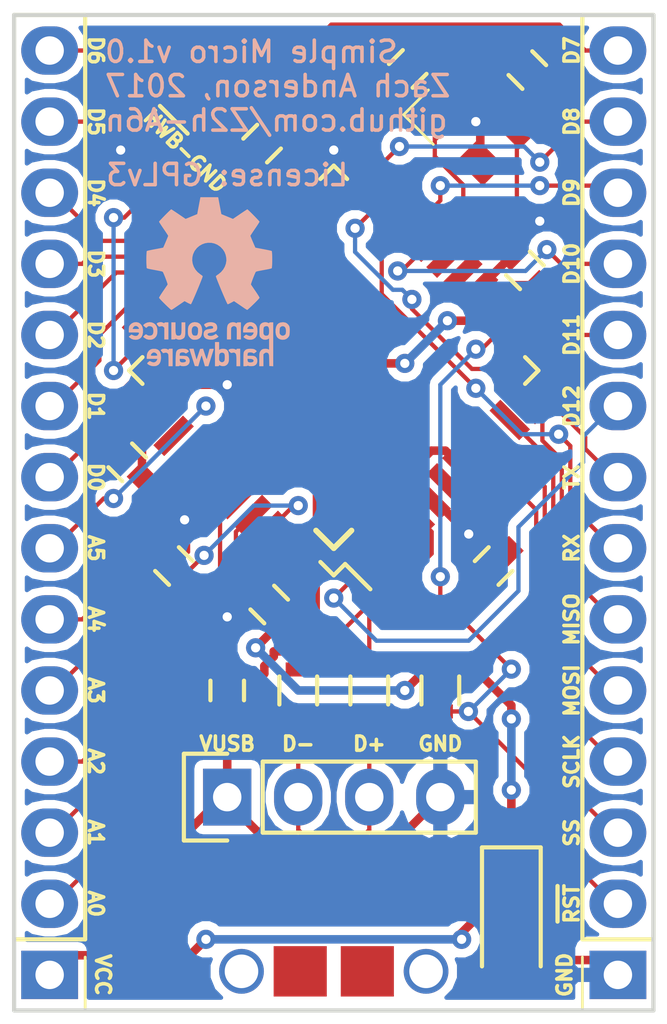
<source format=kicad_pcb>
(kicad_pcb (version 4) (host pcbnew 4.0.5)

  (general
    (links 77)
    (no_connects 0)
    (area 156.134999 41.834999 179.145001 77.545001)
    (thickness 1.6)
    (drawings 43)
    (tracks 363)
    (zones 0)
    (modules 22)
    (nets 39)
  )

  (page A4)
  (layers
    (0 F.Cu signal)
    (31 B.Cu signal)
    (32 B.Adhes user hide)
    (33 F.Adhes user hide)
    (34 B.Paste user)
    (35 F.Paste user)
    (36 B.SilkS user)
    (37 F.SilkS user)
    (38 B.Mask user hide)
    (39 F.Mask user)
    (40 Dwgs.User user)
    (41 Cmts.User user hide)
    (42 Eco1.User user hide)
    (43 Eco2.User user hide)
    (44 Edge.Cuts user)
    (45 Margin user hide)
    (46 B.CrtYd user)
    (47 F.CrtYd user)
    (48 B.Fab user hide)
    (49 F.Fab user hide)
  )

  (setup
    (last_trace_width 0.1524)
    (trace_clearance 0.1524)
    (zone_clearance 0.3048)
    (zone_45_only no)
    (trace_min 0.1524)
    (segment_width 0.2)
    (edge_width 0.15)
    (via_size 0.6858)
    (via_drill 0.3302)
    (via_min_size 0.6858)
    (via_min_drill 0.3302)
    (uvia_size 0.762)
    (uvia_drill 0.508)
    (uvias_allowed no)
    (uvia_min_size 0)
    (uvia_min_drill 0)
    (pcb_text_width 0.3)
    (pcb_text_size 0.762 0.762)
    (mod_edge_width 0.1524)
    (mod_text_size 0.762 0.762)
    (mod_text_width 0.1524)
    (pad_size 1.6 1.4)
    (pad_drill 0)
    (pad_to_mask_clearance 0.2)
    (aux_axis_origin 0 0)
    (visible_elements FFFFFF7D)
    (pcbplotparams
      (layerselection 0x010f0_80000001)
      (usegerberextensions false)
      (excludeedgelayer true)
      (linewidth 0.100000)
      (plotframeref false)
      (viasonmask false)
      (mode 1)
      (useauxorigin false)
      (hpglpennumber 1)
      (hpglpenspeed 20)
      (hpglpendiameter 15)
      (hpglpenoverlay 2)
      (psnegative false)
      (psa4output false)
      (plotreference true)
      (plotvalue true)
      (plotinvisibletext false)
      (padsonsilk false)
      (subtractmaskfromsilk false)
      (outputformat 1)
      (mirror false)
      (drillshape 0)
      (scaleselection 1)
      (outputdirectory ""))
  )

  (net 0 "")
  (net 1 "Net-(C1-Pad1)")
  (net 2 GND)
  (net 3 "Net-(C2-Pad1)")
  (net 4 "Net-(C3-Pad2)")
  (net 5 USB1)
  (net 6 VCC)
  (net 7 D11)
  (net 8 D10)
  (net 9 D9)
  (net 10 D8)
  (net 11 D7)
  (net 12 D6)
  (net 13 D5)
  (net 14 D4)
  (net 15 D3)
  (net 16 D2)
  (net 17 RXI)
  (net 18 TXO)
  (net 19 USB2)
  (net 20 USB3)
  (net 21 RESET)
  (net 22 A5)
  (net 23 A4)
  (net 24 A3)
  (net 25 A2)
  (net 26 A1)
  (net 27 A0)
  (net 28 SS)
  (net 29 MISO)
  (net 30 MOSI)
  (net 31 D-)
  (net 32 D+)
  (net 33 D0)
  (net 34 D1)
  (net 35 SCLK)
  (net 36 "Net-(C5-Pad1)")
  (net 37 D12)
  (net 38 "Net-(SJ1-Pad1)")

  (net_class Default "This is the default net class."
    (clearance 0.1524)
    (trace_width 0.1524)
    (via_dia 0.6858)
    (via_drill 0.3302)
    (uvia_dia 0.762)
    (uvia_drill 0.508)
    (add_net A0)
    (add_net A1)
    (add_net A2)
    (add_net A3)
    (add_net A4)
    (add_net A5)
    (add_net D+)
    (add_net D-)
    (add_net D0)
    (add_net D1)
    (add_net D10)
    (add_net D11)
    (add_net D12)
    (add_net D2)
    (add_net D3)
    (add_net D4)
    (add_net D5)
    (add_net D6)
    (add_net D7)
    (add_net D8)
    (add_net D9)
    (add_net MISO)
    (add_net MOSI)
    (add_net "Net-(C1-Pad1)")
    (add_net "Net-(C2-Pad1)")
    (add_net "Net-(C3-Pad2)")
    (add_net "Net-(C5-Pad1)")
    (add_net "Net-(SJ1-Pad1)")
    (add_net RESET)
    (add_net RXI)
    (add_net SCLK)
    (add_net SS)
    (add_net TXO)
    (add_net USB2)
    (add_net USB3)
  )

  (net_class Power ""
    (clearance 0.1524)
    (trace_width 0.3048)
    (via_dia 0.6858)
    (via_drill 0.3302)
    (uvia_dia 0.762)
    (uvia_drill 0.508)
    (add_net GND)
    (add_net USB1)
    (add_net VCC)
  )

  (module Capacitors_SMD:C_0603 (layer F.Cu) (tedit 58B511A5) (tstamp 58B4DD1F)
    (at 174.5615 43.8785 135)
    (descr "Capacitor SMD 0603, reflow soldering, AVX (see smccp.pdf)")
    (tags "capacitor 0603")
    (path /58A78721)
    (attr smd)
    (fp_text reference C1 (at 0 -1.9 135) (layer F.SilkS) hide
      (effects (font (size 1 1) (thickness 0.15)))
    )
    (fp_text value 22pF (at 0 1.9 135) (layer F.Fab)
      (effects (font (size 1 1) (thickness 0.15)))
    )
    (fp_line (start -0.8 0.4) (end -0.8 -0.4) (layer F.Fab) (width 0.15))
    (fp_line (start 0.8 0.4) (end -0.8 0.4) (layer F.Fab) (width 0.15))
    (fp_line (start 0.8 -0.4) (end 0.8 0.4) (layer F.Fab) (width 0.15))
    (fp_line (start -0.8 -0.4) (end 0.8 -0.4) (layer F.Fab) (width 0.15))
    (fp_line (start -1.45 -0.75) (end 1.45 -0.75) (layer F.CrtYd) (width 0.05))
    (fp_line (start -1.45 0.75) (end 1.45 0.75) (layer F.CrtYd) (width 0.05))
    (fp_line (start -1.45 -0.75) (end -1.45 0.75) (layer F.CrtYd) (width 0.05))
    (fp_line (start 1.45 -0.75) (end 1.45 0.75) (layer F.CrtYd) (width 0.05))
    (fp_line (start -0.35 -0.6) (end 0.35 -0.6) (layer F.SilkS) (width 0.15))
    (fp_line (start 0.35 0.6) (end -0.35 0.6) (layer F.SilkS) (width 0.15))
    (pad 1 smd rect (at -0.75 0 135) (size 0.8 0.75) (layers F.Cu F.Paste F.Mask)
      (net 1 "Net-(C1-Pad1)"))
    (pad 2 smd rect (at 0.75 0 135) (size 0.8 0.75) (layers F.Cu F.Paste F.Mask)
      (net 2 GND))
    (model Capacitors_SMD.3dshapes/C_0603.wrl
      (at (xyz 0 0 0))
      (scale (xyz 1 1 1))
      (rotate (xyz 0 0 0))
    )
  )

  (module Capacitors_SMD:C_0603 (layer F.Cu) (tedit 58B51174) (tstamp 58B4DD2F)
    (at 170.28467 43.83733 45)
    (descr "Capacitor SMD 0603, reflow soldering, AVX (see smccp.pdf)")
    (tags "capacitor 0603")
    (path /58A7875E)
    (attr smd)
    (fp_text reference C2 (at 0 -1.9 45) (layer F.SilkS) hide
      (effects (font (size 1 1) (thickness 0.15)))
    )
    (fp_text value 22pF (at 0 1.9 45) (layer F.Fab)
      (effects (font (size 1 1) (thickness 0.15)))
    )
    (fp_line (start -0.8 0.4) (end -0.8 -0.4) (layer F.Fab) (width 0.15))
    (fp_line (start 0.8 0.4) (end -0.8 0.4) (layer F.Fab) (width 0.15))
    (fp_line (start 0.8 -0.4) (end 0.8 0.4) (layer F.Fab) (width 0.15))
    (fp_line (start -0.8 -0.4) (end 0.8 -0.4) (layer F.Fab) (width 0.15))
    (fp_line (start -1.45 -0.75) (end 1.45 -0.75) (layer F.CrtYd) (width 0.05))
    (fp_line (start -1.45 0.75) (end 1.45 0.75) (layer F.CrtYd) (width 0.05))
    (fp_line (start -1.45 -0.75) (end -1.45 0.75) (layer F.CrtYd) (width 0.05))
    (fp_line (start 1.45 -0.75) (end 1.45 0.75) (layer F.CrtYd) (width 0.05))
    (fp_line (start -0.35 -0.6) (end 0.35 -0.6) (layer F.SilkS) (width 0.15))
    (fp_line (start 0.35 0.6) (end -0.35 0.6) (layer F.SilkS) (width 0.15))
    (pad 1 smd rect (at -0.75 0 45) (size 0.8 0.75) (layers F.Cu F.Paste F.Mask)
      (net 3 "Net-(C2-Pad1)"))
    (pad 2 smd rect (at 0.75 0 45) (size 0.8 0.75) (layers F.Cu F.Paste F.Mask)
      (net 2 GND))
    (model Capacitors_SMD.3dshapes/C_0603.wrl
      (at (xyz 0 0 0))
      (scale (xyz 1 1 1))
      (rotate (xyz 0 0 0))
    )
  )

  (module Capacitors_SMD:C_0603 (layer F.Cu) (tedit 58B51162) (tstamp 58B4DD3F)
    (at 161.925 61.595 315)
    (descr "Capacitor SMD 0603, reflow soldering, AVX (see smccp.pdf)")
    (tags "capacitor 0603")
    (path /58A785BD)
    (attr smd)
    (fp_text reference C3 (at 0 -1.9 315) (layer F.SilkS) hide
      (effects (font (size 1 1) (thickness 0.15)))
    )
    (fp_text value 0.1uF (at 0 1.9 315) (layer F.Fab)
      (effects (font (size 1 1) (thickness 0.15)))
    )
    (fp_line (start -0.8 0.4) (end -0.8 -0.4) (layer F.Fab) (width 0.15))
    (fp_line (start 0.8 0.4) (end -0.8 0.4) (layer F.Fab) (width 0.15))
    (fp_line (start 0.8 -0.4) (end 0.8 0.4) (layer F.Fab) (width 0.15))
    (fp_line (start -0.8 -0.4) (end 0.8 -0.4) (layer F.Fab) (width 0.15))
    (fp_line (start -1.45 -0.75) (end 1.45 -0.75) (layer F.CrtYd) (width 0.05))
    (fp_line (start -1.45 0.75) (end 1.45 0.75) (layer F.CrtYd) (width 0.05))
    (fp_line (start -1.45 -0.75) (end -1.45 0.75) (layer F.CrtYd) (width 0.05))
    (fp_line (start 1.45 -0.75) (end 1.45 0.75) (layer F.CrtYd) (width 0.05))
    (fp_line (start -0.35 -0.6) (end 0.35 -0.6) (layer F.SilkS) (width 0.15))
    (fp_line (start 0.35 0.6) (end -0.35 0.6) (layer F.SilkS) (width 0.15))
    (pad 1 smd rect (at -0.75 0 315) (size 0.8 0.75) (layers F.Cu F.Paste F.Mask)
      (net 2 GND))
    (pad 2 smd rect (at 0.75 0 315) (size 0.8 0.75) (layers F.Cu F.Paste F.Mask)
      (net 4 "Net-(C3-Pad2)"))
    (model Capacitors_SMD.3dshapes/C_0603.wrl
      (at (xyz 0 0 0))
      (scale (xyz 1 1 1))
      (rotate (xyz 0 0 0))
    )
  )

  (module Capacitors_SMD:C_0603 (layer F.Cu) (tedit 58B5114D) (tstamp 58B4DD4F)
    (at 163.83 66.04 90)
    (descr "Capacitor SMD 0603, reflow soldering, AVX (see smccp.pdf)")
    (tags "capacitor 0603")
    (path /58AA30FD)
    (attr smd)
    (fp_text reference C4 (at 0 -1.9 90) (layer F.SilkS) hide
      (effects (font (size 1 1) (thickness 0.15)))
    )
    (fp_text value 1uF (at 0 1.9 90) (layer F.Fab)
      (effects (font (size 1 1) (thickness 0.15)))
    )
    (fp_line (start -0.8 0.4) (end -0.8 -0.4) (layer F.Fab) (width 0.15))
    (fp_line (start 0.8 0.4) (end -0.8 0.4) (layer F.Fab) (width 0.15))
    (fp_line (start 0.8 -0.4) (end 0.8 0.4) (layer F.Fab) (width 0.15))
    (fp_line (start -0.8 -0.4) (end 0.8 -0.4) (layer F.Fab) (width 0.15))
    (fp_line (start -1.45 -0.75) (end 1.45 -0.75) (layer F.CrtYd) (width 0.05))
    (fp_line (start -1.45 0.75) (end 1.45 0.75) (layer F.CrtYd) (width 0.05))
    (fp_line (start -1.45 -0.75) (end -1.45 0.75) (layer F.CrtYd) (width 0.05))
    (fp_line (start 1.45 -0.75) (end 1.45 0.75) (layer F.CrtYd) (width 0.05))
    (fp_line (start -0.35 -0.6) (end 0.35 -0.6) (layer F.SilkS) (width 0.15))
    (fp_line (start 0.35 0.6) (end -0.35 0.6) (layer F.SilkS) (width 0.15))
    (pad 1 smd rect (at -0.75 0 90) (size 0.8 0.75) (layers F.Cu F.Paste F.Mask)
      (net 5 USB1))
    (pad 2 smd rect (at 0.75 0 90) (size 0.8 0.75) (layers F.Cu F.Paste F.Mask)
      (net 2 GND))
    (model Capacitors_SMD.3dshapes/C_0603.wrl
      (at (xyz 0 0 0))
      (scale (xyz 1 1 1))
      (rotate (xyz 0 0 0))
    )
  )

  (module Capacitors_SMD:C_0603 (layer F.Cu) (tedit 58B51158) (tstamp 58B4DD5F)
    (at 173.355 61.595 225)
    (descr "Capacitor SMD 0603, reflow soldering, AVX (see smccp.pdf)")
    (tags "capacitor 0603")
    (path /58A78991)
    (attr smd)
    (fp_text reference C5 (at 0 -1.9 225) (layer F.SilkS) hide
      (effects (font (size 1 1) (thickness 0.15)))
    )
    (fp_text value 1uF (at 0 1.9 225) (layer F.Fab)
      (effects (font (size 1 1) (thickness 0.15)))
    )
    (fp_line (start -0.8 0.4) (end -0.8 -0.4) (layer F.Fab) (width 0.15))
    (fp_line (start 0.8 0.4) (end -0.8 0.4) (layer F.Fab) (width 0.15))
    (fp_line (start 0.8 -0.4) (end 0.8 0.4) (layer F.Fab) (width 0.15))
    (fp_line (start -0.8 -0.4) (end 0.8 -0.4) (layer F.Fab) (width 0.15))
    (fp_line (start -1.45 -0.75) (end 1.45 -0.75) (layer F.CrtYd) (width 0.05))
    (fp_line (start -1.45 0.75) (end 1.45 0.75) (layer F.CrtYd) (width 0.05))
    (fp_line (start -1.45 -0.75) (end -1.45 0.75) (layer F.CrtYd) (width 0.05))
    (fp_line (start 1.45 -0.75) (end 1.45 0.75) (layer F.CrtYd) (width 0.05))
    (fp_line (start -0.35 -0.6) (end 0.35 -0.6) (layer F.SilkS) (width 0.15))
    (fp_line (start 0.35 0.6) (end -0.35 0.6) (layer F.SilkS) (width 0.15))
    (pad 1 smd rect (at -0.75 0 225) (size 0.8 0.75) (layers F.Cu F.Paste F.Mask)
      (net 36 "Net-(C5-Pad1)"))
    (pad 2 smd rect (at 0.75 0 225) (size 0.8 0.75) (layers F.Cu F.Paste F.Mask)
      (net 2 GND))
    (model Capacitors_SMD.3dshapes/C_0603.wrl
      (at (xyz 0 0 0))
      (scale (xyz 1 1 1))
      (rotate (xyz 0 0 0))
    )
  )

  (module Capacitors_Tantalum_SMD:Tantalum_Case-A_EIA-3216-18_Reflow (layer F.Cu) (tedit 58B5113A) (tstamp 58B4DD72)
    (at 173.99 74.295 270)
    (descr "Tantalum capacitor, Case A, EIA 3216-18, 3.2x1.6x1.6mm, Reflow soldering footprint")
    (tags "capacitor tantalum smd")
    (path /58A78F7D)
    (attr smd)
    (fp_text reference C6 (at 0 -2.55 270) (layer F.SilkS) hide
      (effects (font (size 1 1) (thickness 0.15)))
    )
    (fp_text value 10uF (at 0 2.55 270) (layer F.Fab)
      (effects (font (size 1 1) (thickness 0.15)))
    )
    (fp_line (start -2.75 -1.2) (end -2.75 1.2) (layer F.CrtYd) (width 0.05))
    (fp_line (start -2.75 1.2) (end 2.75 1.2) (layer F.CrtYd) (width 0.05))
    (fp_line (start 2.75 1.2) (end 2.75 -1.2) (layer F.CrtYd) (width 0.05))
    (fp_line (start 2.75 -1.2) (end -2.75 -1.2) (layer F.CrtYd) (width 0.05))
    (fp_line (start -1.6 -0.8) (end -1.6 0.8) (layer F.Fab) (width 0.15))
    (fp_line (start -1.6 0.8) (end 1.6 0.8) (layer F.Fab) (width 0.15))
    (fp_line (start 1.6 0.8) (end 1.6 -0.8) (layer F.Fab) (width 0.15))
    (fp_line (start 1.6 -0.8) (end -1.6 -0.8) (layer F.Fab) (width 0.15))
    (fp_line (start -1.28 -0.8) (end -1.28 0.8) (layer F.Fab) (width 0.15))
    (fp_line (start -1.12 -0.8) (end -1.12 0.8) (layer F.Fab) (width 0.15))
    (fp_line (start -2.65 -1.05) (end 1.6 -1.05) (layer F.SilkS) (width 0.15))
    (fp_line (start -2.65 1.05) (end 1.6 1.05) (layer F.SilkS) (width 0.15))
    (fp_line (start -2.65 -1.05) (end -2.65 1.05) (layer F.SilkS) (width 0.15))
    (pad 1 smd rect (at -1.375 0 270) (size 1.95 1.5) (layers F.Cu F.Paste F.Mask)
      (net 6 VCC))
    (pad 2 smd rect (at 1.375 0 270) (size 1.95 1.5) (layers F.Cu F.Paste F.Mask)
      (net 2 GND))
    (model Capacitors_Tantalum_SMD.3dshapes/Tantalum_Case-A_EIA-3216-18.wrl
      (at (xyz 0 0 0))
      (scale (xyz 1 1 1))
      (rotate (xyz 0 0 0))
    )
  )

  (module Fuse_Holders_and_Fuses:Fuse_SMD1206_Reflow (layer F.Cu) (tedit 58B51131) (tstamp 58B4DD78)
    (at 161.29 74.295 90)
    (descr "Fuse, Sicherung, SMD1206, Littlefuse-Wickmann, Reflow,")
    (tags "Fuse, Sicherung, SMD1206,  Littlefuse-Wickmann, Reflow,")
    (path /58AB2178)
    (attr smd)
    (fp_text reference F1 (at -0.09906 -2.75082 90) (layer F.SilkS) hide
      (effects (font (size 1 1) (thickness 0.15)))
    )
    (fp_text value 500mA (at -0.44958 3.2004 90) (layer F.Fab)
      (effects (font (size 1 1) (thickness 0.15)))
    )
    (pad 1 smd rect (at -1.20396 0 180) (size 2.02946 1.14046) (layers F.Cu F.Paste F.Mask)
      (net 6 VCC))
    (pad 2 smd rect (at 1.20396 0 180) (size 2.02946 1.14046) (layers F.Cu F.Paste F.Mask)
      (net 5 USB1))
  )

  (module Pin_Headers:Pin_Header_Straight_1x04 (layer F.Cu) (tedit 58B51136) (tstamp 58B4DDA8)
    (at 163.83 69.85 90)
    (descr "Through hole pin header")
    (tags "pin header")
    (path /58AA9D59)
    (fp_text reference P2 (at 0 -5.1 90) (layer F.SilkS) hide
      (effects (font (size 1 1) (thickness 0.15)))
    )
    (fp_text value CONN_01X04 (at 0 -3.1 90) (layer F.Fab)
      (effects (font (size 1 1) (thickness 0.15)))
    )
    (fp_line (start -1.75 -1.75) (end -1.75 9.4) (layer F.CrtYd) (width 0.05))
    (fp_line (start 1.75 -1.75) (end 1.75 9.4) (layer F.CrtYd) (width 0.05))
    (fp_line (start -1.75 -1.75) (end 1.75 -1.75) (layer F.CrtYd) (width 0.05))
    (fp_line (start -1.75 9.4) (end 1.75 9.4) (layer F.CrtYd) (width 0.05))
    (fp_line (start -1.27 1.27) (end -1.27 8.89) (layer F.SilkS) (width 0.15))
    (fp_line (start 1.27 1.27) (end 1.27 8.89) (layer F.SilkS) (width 0.15))
    (fp_line (start 1.55 -1.55) (end 1.55 0) (layer F.SilkS) (width 0.15))
    (fp_line (start -1.27 8.89) (end 1.27 8.89) (layer F.SilkS) (width 0.15))
    (fp_line (start 1.27 1.27) (end -1.27 1.27) (layer F.SilkS) (width 0.15))
    (fp_line (start -1.55 0) (end -1.55 -1.55) (layer F.SilkS) (width 0.15))
    (fp_line (start -1.55 -1.55) (end 1.55 -1.55) (layer F.SilkS) (width 0.15))
    (pad 1 thru_hole rect (at 0 0 90) (size 2.032 1.7272) (drill 1.016) (layers *.Cu *.Mask)
      (net 5 USB1))
    (pad 2 thru_hole oval (at 0 2.54 90) (size 2.032 1.7272) (drill 1.016) (layers *.Cu *.Mask)
      (net 19 USB2))
    (pad 3 thru_hole oval (at 0 5.08 90) (size 2.032 1.7272) (drill 1.016) (layers *.Cu *.Mask)
      (net 20 USB3))
    (pad 4 thru_hole oval (at 0 7.62 90) (size 2.032 1.7272) (drill 1.016) (layers *.Cu *.Mask)
      (net 2 GND))
    (model Pin_Headers.3dshapes/Pin_Header_Straight_1x04.wrl
      (at (xyz 0 -0.15 0))
      (scale (xyz 1 1 1))
      (rotate (xyz 0 0 90))
    )
  )

  (module Resistors_SMD:R_0603 (layer F.Cu) (tedit 58B5114B) (tstamp 58B4DDE6)
    (at 166.37 66.04 90)
    (descr "Resistor SMD 0603, reflow soldering, Vishay (see dcrcw.pdf)")
    (tags "resistor 0603")
    (path /58A7C9CF)
    (attr smd)
    (fp_text reference R1 (at 0 -1.9 90) (layer F.SilkS) hide
      (effects (font (size 1 1) (thickness 0.15)))
    )
    (fp_text value 22 (at 0 1.9 90) (layer F.Fab)
      (effects (font (size 1 1) (thickness 0.15)))
    )
    (fp_line (start -0.8 0.4) (end -0.8 -0.4) (layer F.Fab) (width 0.1))
    (fp_line (start 0.8 0.4) (end -0.8 0.4) (layer F.Fab) (width 0.1))
    (fp_line (start 0.8 -0.4) (end 0.8 0.4) (layer F.Fab) (width 0.1))
    (fp_line (start -0.8 -0.4) (end 0.8 -0.4) (layer F.Fab) (width 0.1))
    (fp_line (start -1.3 -0.8) (end 1.3 -0.8) (layer F.CrtYd) (width 0.05))
    (fp_line (start -1.3 0.8) (end 1.3 0.8) (layer F.CrtYd) (width 0.05))
    (fp_line (start -1.3 -0.8) (end -1.3 0.8) (layer F.CrtYd) (width 0.05))
    (fp_line (start 1.3 -0.8) (end 1.3 0.8) (layer F.CrtYd) (width 0.05))
    (fp_line (start 0.5 0.675) (end -0.5 0.675) (layer F.SilkS) (width 0.15))
    (fp_line (start -0.5 -0.675) (end 0.5 -0.675) (layer F.SilkS) (width 0.15))
    (pad 1 smd rect (at -0.75 0 90) (size 0.5 0.9) (layers F.Cu F.Paste F.Mask)
      (net 19 USB2))
    (pad 2 smd rect (at 0.75 0 90) (size 0.5 0.9) (layers F.Cu F.Paste F.Mask)
      (net 31 D-))
    (model Resistors_SMD.3dshapes/R_0603.wrl
      (at (xyz 0 0 0))
      (scale (xyz 1 1 1))
      (rotate (xyz 0 0 0))
    )
  )

  (module Resistors_SMD:R_0603 (layer F.Cu) (tedit 58B51144) (tstamp 58B4DDF6)
    (at 168.91 66.04 90)
    (descr "Resistor SMD 0603, reflow soldering, Vishay (see dcrcw.pdf)")
    (tags "resistor 0603")
    (path /58A7CC20)
    (attr smd)
    (fp_text reference R2 (at 0 -1.9 90) (layer F.SilkS) hide
      (effects (font (size 1 1) (thickness 0.15)))
    )
    (fp_text value 22 (at 0 1.9 90) (layer F.Fab)
      (effects (font (size 1 1) (thickness 0.15)))
    )
    (fp_line (start -0.8 0.4) (end -0.8 -0.4) (layer F.Fab) (width 0.1))
    (fp_line (start 0.8 0.4) (end -0.8 0.4) (layer F.Fab) (width 0.1))
    (fp_line (start 0.8 -0.4) (end 0.8 0.4) (layer F.Fab) (width 0.1))
    (fp_line (start -0.8 -0.4) (end 0.8 -0.4) (layer F.Fab) (width 0.1))
    (fp_line (start -1.3 -0.8) (end 1.3 -0.8) (layer F.CrtYd) (width 0.05))
    (fp_line (start -1.3 0.8) (end 1.3 0.8) (layer F.CrtYd) (width 0.05))
    (fp_line (start -1.3 -0.8) (end -1.3 0.8) (layer F.CrtYd) (width 0.05))
    (fp_line (start 1.3 -0.8) (end 1.3 0.8) (layer F.CrtYd) (width 0.05))
    (fp_line (start 0.5 0.675) (end -0.5 0.675) (layer F.SilkS) (width 0.15))
    (fp_line (start -0.5 -0.675) (end 0.5 -0.675) (layer F.SilkS) (width 0.15))
    (pad 1 smd rect (at -0.75 0 90) (size 0.5 0.9) (layers F.Cu F.Paste F.Mask)
      (net 20 USB3))
    (pad 2 smd rect (at 0.75 0 90) (size 0.5 0.9) (layers F.Cu F.Paste F.Mask)
      (net 32 D+))
    (model Resistors_SMD.3dshapes/R_0603.wrl
      (at (xyz 0 0 0))
      (scale (xyz 1 1 1))
      (rotate (xyz 0 0 0))
    )
  )

  (module Resistors_SMD:R_0603 (layer F.Cu) (tedit 58B51147) (tstamp 58B4DE06)
    (at 171.45 66.04 270)
    (descr "Resistor SMD 0603, reflow soldering, Vishay (see dcrcw.pdf)")
    (tags "resistor 0603")
    (path /58A7849A)
    (attr smd)
    (fp_text reference R3 (at 0 -1.9 270) (layer F.SilkS) hide
      (effects (font (size 1 1) (thickness 0.15)))
    )
    (fp_text value 10K (at 0 1.9 270) (layer F.Fab)
      (effects (font (size 1 1) (thickness 0.15)))
    )
    (fp_line (start -0.8 0.4) (end -0.8 -0.4) (layer F.Fab) (width 0.1))
    (fp_line (start 0.8 0.4) (end -0.8 0.4) (layer F.Fab) (width 0.1))
    (fp_line (start 0.8 -0.4) (end 0.8 0.4) (layer F.Fab) (width 0.1))
    (fp_line (start -0.8 -0.4) (end 0.8 -0.4) (layer F.Fab) (width 0.1))
    (fp_line (start -1.3 -0.8) (end 1.3 -0.8) (layer F.CrtYd) (width 0.05))
    (fp_line (start -1.3 0.8) (end 1.3 0.8) (layer F.CrtYd) (width 0.05))
    (fp_line (start -1.3 -0.8) (end -1.3 0.8) (layer F.CrtYd) (width 0.05))
    (fp_line (start 1.3 -0.8) (end 1.3 0.8) (layer F.CrtYd) (width 0.05))
    (fp_line (start 0.5 0.675) (end -0.5 0.675) (layer F.SilkS) (width 0.15))
    (fp_line (start -0.5 -0.675) (end 0.5 -0.675) (layer F.SilkS) (width 0.15))
    (pad 1 smd rect (at -0.75 0 270) (size 0.5 0.9) (layers F.Cu F.Paste F.Mask)
      (net 6 VCC))
    (pad 2 smd rect (at 0.75 0 270) (size 0.5 0.9) (layers F.Cu F.Paste F.Mask)
      (net 21 RESET))
    (model Resistors_SMD.3dshapes/R_0603.wrl
      (at (xyz 0 0 0))
      (scale (xyz 1 1 1))
      (rotate (xyz 0 0 0))
    )
  )

  (module Housings_QFP:TQFP-44_10x10mm_Pitch0.8mm (layer F.Cu) (tedit 58B51166) (tstamp 58B4DE49)
    (at 167.64 54.61 135)
    (descr "44-Lead Plastic Thin Quad Flatpack (PT) - 10x10x1.0 mm Body [TQFP] (see Microchip Packaging Specification 00000049BS.pdf)")
    (tags "QFP 0.8")
    (path /58A783C9)
    (attr smd)
    (fp_text reference U1 (at 0 -7.45 135) (layer F.SilkS) hide
      (effects (font (size 1 1) (thickness 0.15)))
    )
    (fp_text value ATMEGA32U4 (at 0 7.45 135) (layer F.Fab)
      (effects (font (size 1 1) (thickness 0.15)))
    )
    (fp_text user %R (at 0 0 135) (layer F.Fab)
      (effects (font (size 1 1) (thickness 0.15)))
    )
    (fp_line (start -4 -5) (end 5 -5) (layer F.Fab) (width 0.15))
    (fp_line (start 5 -5) (end 5 5) (layer F.Fab) (width 0.15))
    (fp_line (start 5 5) (end -5 5) (layer F.Fab) (width 0.15))
    (fp_line (start -5 5) (end -5 -4) (layer F.Fab) (width 0.15))
    (fp_line (start -5 -4) (end -4 -5) (layer F.Fab) (width 0.15))
    (fp_line (start -6.7 -6.7) (end -6.7 6.7) (layer F.CrtYd) (width 0.05))
    (fp_line (start 6.7 -6.7) (end 6.7 6.7) (layer F.CrtYd) (width 0.05))
    (fp_line (start -6.7 -6.7) (end 6.7 -6.7) (layer F.CrtYd) (width 0.05))
    (fp_line (start -6.7 6.7) (end 6.7 6.7) (layer F.CrtYd) (width 0.05))
    (fp_line (start -5.175 -5.175) (end -5.175 -4.6) (layer F.SilkS) (width 0.15))
    (fp_line (start 5.175 -5.175) (end 5.175 -4.5) (layer F.SilkS) (width 0.15))
    (fp_line (start 5.175 5.175) (end 5.175 4.5) (layer F.SilkS) (width 0.15))
    (fp_line (start -5.175 5.175) (end -5.175 4.5) (layer F.SilkS) (width 0.15))
    (fp_line (start -5.175 -5.175) (end -4.5 -5.175) (layer F.SilkS) (width 0.15))
    (fp_line (start -5.175 5.175) (end -4.5 5.175) (layer F.SilkS) (width 0.15))
    (fp_line (start 5.175 5.175) (end 4.5 5.175) (layer F.SilkS) (width 0.15))
    (fp_line (start 5.175 -5.175) (end 4.5 -5.175) (layer F.SilkS) (width 0.15))
    (fp_line (start -5.175 -4.6) (end -6.45 -4.6) (layer F.SilkS) (width 0.15))
    (pad 1 smd rect (at -5.7 -4 135) (size 1.5 0.55) (layers F.Cu F.Paste F.Mask)
      (net 37 D12))
    (pad 2 smd rect (at -5.7 -3.2 135) (size 1.5 0.55) (layers F.Cu F.Paste F.Mask)
      (net 5 USB1))
    (pad 3 smd rect (at -5.7 -2.4 135) (size 1.5 0.55) (layers F.Cu F.Paste F.Mask)
      (net 31 D-))
    (pad 4 smd rect (at -5.7 -1.6 135) (size 1.5 0.55) (layers F.Cu F.Paste F.Mask)
      (net 32 D+))
    (pad 5 smd rect (at -5.7 -0.8 135) (size 1.5 0.55) (layers F.Cu F.Paste F.Mask)
      (net 2 GND))
    (pad 6 smd rect (at -5.7 0 135) (size 1.5 0.55) (layers F.Cu F.Paste F.Mask)
      (net 36 "Net-(C5-Pad1)"))
    (pad 7 smd rect (at -5.7 0.8 135) (size 1.5 0.55) (layers F.Cu F.Paste F.Mask)
      (net 5 USB1))
    (pad 8 smd rect (at -5.7 1.6 135) (size 1.5 0.55) (layers F.Cu F.Paste F.Mask)
      (net 28 SS))
    (pad 9 smd rect (at -5.7 2.4 135) (size 1.5 0.55) (layers F.Cu F.Paste F.Mask)
      (net 35 SCLK))
    (pad 10 smd rect (at -5.7 3.2 135) (size 1.5 0.55) (layers F.Cu F.Paste F.Mask)
      (net 30 MOSI))
    (pad 11 smd rect (at -5.7 4 135) (size 1.5 0.55) (layers F.Cu F.Paste F.Mask)
      (net 29 MISO))
    (pad 12 smd rect (at -4 5.7 225) (size 1.5 0.55) (layers F.Cu F.Paste F.Mask)
      (net 7 D11))
    (pad 13 smd rect (at -3.2 5.7 225) (size 1.5 0.55) (layers F.Cu F.Paste F.Mask)
      (net 21 RESET))
    (pad 14 smd rect (at -2.4 5.7 225) (size 1.5 0.55) (layers F.Cu F.Paste F.Mask)
      (net 6 VCC))
    (pad 15 smd rect (at -1.6 5.7 225) (size 1.5 0.55) (layers F.Cu F.Paste F.Mask)
      (net 2 GND))
    (pad 16 smd rect (at -0.8 5.7 225) (size 1.5 0.55) (layers F.Cu F.Paste F.Mask)
      (net 1 "Net-(C1-Pad1)"))
    (pad 17 smd rect (at 0 5.7 225) (size 1.5 0.55) (layers F.Cu F.Paste F.Mask)
      (net 3 "Net-(C2-Pad1)"))
    (pad 18 smd rect (at 0.8 5.7 225) (size 1.5 0.55) (layers F.Cu F.Paste F.Mask)
      (net 8 D10))
    (pad 19 smd rect (at 1.6 5.7 225) (size 1.5 0.55) (layers F.Cu F.Paste F.Mask)
      (net 9 D9))
    (pad 20 smd rect (at 2.4 5.7 225) (size 1.5 0.55) (layers F.Cu F.Paste F.Mask)
      (net 17 RXI))
    (pad 21 smd rect (at 3.2 5.7 225) (size 1.5 0.55) (layers F.Cu F.Paste F.Mask)
      (net 18 TXO))
    (pad 22 smd rect (at 4 5.7 225) (size 1.5 0.55) (layers F.Cu F.Paste F.Mask)
      (net 10 D8))
    (pad 23 smd rect (at 5.7 4 135) (size 1.5 0.55) (layers F.Cu F.Paste F.Mask)
      (net 2 GND))
    (pad 24 smd rect (at 5.7 3.2 135) (size 1.5 0.55) (layers F.Cu F.Paste F.Mask)
      (net 6 VCC))
    (pad 25 smd rect (at 5.7 2.4 135) (size 1.5 0.55) (layers F.Cu F.Paste F.Mask)
      (net 11 D7))
    (pad 26 smd rect (at 5.7 1.6 135) (size 1.5 0.55) (layers F.Cu F.Paste F.Mask)
      (net 12 D6))
    (pad 27 smd rect (at 5.7 0.8 135) (size 1.5 0.55) (layers F.Cu F.Paste F.Mask)
      (net 13 D5))
    (pad 28 smd rect (at 5.7 0 135) (size 1.5 0.55) (layers F.Cu F.Paste F.Mask)
      (net 14 D4))
    (pad 29 smd rect (at 5.7 -0.8 135) (size 1.5 0.55) (layers F.Cu F.Paste F.Mask)
      (net 15 D3))
    (pad 30 smd rect (at 5.7 -1.6 135) (size 1.5 0.55) (layers F.Cu F.Paste F.Mask)
      (net 16 D2))
    (pad 31 smd rect (at 5.7 -2.4 135) (size 1.5 0.55) (layers F.Cu F.Paste F.Mask)
      (net 34 D1))
    (pad 32 smd rect (at 5.7 -3.2 135) (size 1.5 0.55) (layers F.Cu F.Paste F.Mask)
      (net 33 D0))
    (pad 33 smd rect (at 5.7 -4 135) (size 1.5 0.55) (layers F.Cu F.Paste F.Mask)
      (net 38 "Net-(SJ1-Pad1)"))
    (pad 34 smd rect (at 4 -5.7 225) (size 1.5 0.55) (layers F.Cu F.Paste F.Mask)
      (net 6 VCC))
    (pad 35 smd rect (at 3.2 -5.7 225) (size 1.5 0.55) (layers F.Cu F.Paste F.Mask)
      (net 2 GND))
    (pad 36 smd rect (at 2.4 -5.7 225) (size 1.5 0.55) (layers F.Cu F.Paste F.Mask)
      (net 22 A5))
    (pad 37 smd rect (at 1.6 -5.7 225) (size 1.5 0.55) (layers F.Cu F.Paste F.Mask)
      (net 23 A4))
    (pad 38 smd rect (at 0.8 -5.7 225) (size 1.5 0.55) (layers F.Cu F.Paste F.Mask)
      (net 24 A3))
    (pad 39 smd rect (at 0 -5.7 225) (size 1.5 0.55) (layers F.Cu F.Paste F.Mask)
      (net 25 A2))
    (pad 40 smd rect (at -0.8 -5.7 225) (size 1.5 0.55) (layers F.Cu F.Paste F.Mask)
      (net 26 A1))
    (pad 41 smd rect (at -1.6 -5.7 225) (size 1.5 0.55) (layers F.Cu F.Paste F.Mask)
      (net 27 A0))
    (pad 42 smd rect (at -2.4 -5.7 225) (size 1.5 0.55) (layers F.Cu F.Paste F.Mask)
      (net 4 "Net-(C3-Pad2)"))
    (pad 43 smd rect (at -3.2 -5.7 225) (size 1.5 0.55) (layers F.Cu F.Paste F.Mask)
      (net 2 GND))
    (pad 44 smd rect (at -4 -5.7 225) (size 1.5 0.55) (layers F.Cu F.Paste F.Mask)
      (net 6 VCC))
    (model Housings_QFP.3dshapes/TQFP-44_10x10mm_Pitch0.8mm.wrl
      (at (xyz 0 0 0))
      (scale (xyz 1 1 1))
      (rotate (xyz 0 0 0))
    )
  )

  (module Capacitors_SMD:C_0603 (layer F.Cu) (tedit 58B51177) (tstamp 58B50C94)
    (at 165.07767 46.50433 45)
    (descr "Capacitor SMD 0603, reflow soldering, AVX (see smccp.pdf)")
    (tags "capacitor 0603")
    (path /58B51645)
    (attr smd)
    (fp_text reference C7 (at 0 -1.9 45) (layer F.SilkS) hide
      (effects (font (size 1 1) (thickness 0.15)))
    )
    (fp_text value 0.1uF (at 0 1.9 45) (layer F.Fab)
      (effects (font (size 1 1) (thickness 0.15)))
    )
    (fp_line (start -0.8 0.4) (end -0.8 -0.4) (layer F.Fab) (width 0.15))
    (fp_line (start 0.8 0.4) (end -0.8 0.4) (layer F.Fab) (width 0.15))
    (fp_line (start 0.8 -0.4) (end 0.8 0.4) (layer F.Fab) (width 0.15))
    (fp_line (start -0.8 -0.4) (end 0.8 -0.4) (layer F.Fab) (width 0.15))
    (fp_line (start -1.45 -0.75) (end 1.45 -0.75) (layer F.CrtYd) (width 0.05))
    (fp_line (start -1.45 0.75) (end 1.45 0.75) (layer F.CrtYd) (width 0.05))
    (fp_line (start -1.45 -0.75) (end -1.45 0.75) (layer F.CrtYd) (width 0.05))
    (fp_line (start 1.45 -0.75) (end 1.45 0.75) (layer F.CrtYd) (width 0.05))
    (fp_line (start -0.35 -0.6) (end 0.35 -0.6) (layer F.SilkS) (width 0.15))
    (fp_line (start 0.35 0.6) (end -0.35 0.6) (layer F.SilkS) (width 0.15))
    (pad 1 smd rect (at -0.75 0 45) (size 0.8 0.75) (layers F.Cu F.Paste F.Mask)
      (net 6 VCC))
    (pad 2 smd rect (at 0.75 0 45) (size 0.8 0.75) (layers F.Cu F.Paste F.Mask)
      (net 2 GND))
    (model Capacitors_SMD.3dshapes/C_0603.wrl
      (at (xyz 0 0 0))
      (scale (xyz 1 1 1))
      (rotate (xyz 0 0 0))
    )
  )

  (module Capacitors_SMD:C_0603 (layer F.Cu) (tedit 58B51152) (tstamp 58B50C9A)
    (at 165.33167 62.96967 135)
    (descr "Capacitor SMD 0603, reflow soldering, AVX (see smccp.pdf)")
    (tags "capacitor 0603")
    (path /58B51657)
    (attr smd)
    (fp_text reference C8 (at 0 -1.9 135) (layer F.SilkS) hide
      (effects (font (size 1 1) (thickness 0.15)))
    )
    (fp_text value 0.1uF (at 0 1.9 135) (layer F.Fab)
      (effects (font (size 1 1) (thickness 0.15)))
    )
    (fp_line (start -0.8 0.4) (end -0.8 -0.4) (layer F.Fab) (width 0.15))
    (fp_line (start 0.8 0.4) (end -0.8 0.4) (layer F.Fab) (width 0.15))
    (fp_line (start 0.8 -0.4) (end 0.8 0.4) (layer F.Fab) (width 0.15))
    (fp_line (start -0.8 -0.4) (end 0.8 -0.4) (layer F.Fab) (width 0.15))
    (fp_line (start -1.45 -0.75) (end 1.45 -0.75) (layer F.CrtYd) (width 0.05))
    (fp_line (start -1.45 0.75) (end 1.45 0.75) (layer F.CrtYd) (width 0.05))
    (fp_line (start -1.45 -0.75) (end -1.45 0.75) (layer F.CrtYd) (width 0.05))
    (fp_line (start 1.45 -0.75) (end 1.45 0.75) (layer F.CrtYd) (width 0.05))
    (fp_line (start -0.35 -0.6) (end 0.35 -0.6) (layer F.SilkS) (width 0.15))
    (fp_line (start 0.35 0.6) (end -0.35 0.6) (layer F.SilkS) (width 0.15))
    (pad 1 smd rect (at -0.75 0 135) (size 0.8 0.75) (layers F.Cu F.Paste F.Mask)
      (net 6 VCC))
    (pad 2 smd rect (at 0.75 0 135) (size 0.8 0.75) (layers F.Cu F.Paste F.Mask)
      (net 2 GND))
    (model Capacitors_SMD.3dshapes/C_0603.wrl
      (at (xyz 0 0 0))
      (scale (xyz 1 1 1))
      (rotate (xyz 0 0 0))
    )
  )

  (module Capacitors_SMD:C_0603 (layer F.Cu) (tedit 58B511A3) (tstamp 58B50CA0)
    (at 174.47567 51.03167 135)
    (descr "Capacitor SMD 0603, reflow soldering, AVX (see smccp.pdf)")
    (tags "capacitor 0603")
    (path /58B51669)
    (attr smd)
    (fp_text reference C9 (at 0 -1.9 135) (layer F.SilkS) hide
      (effects (font (size 1 1) (thickness 0.15)))
    )
    (fp_text value 0.1uF (at 0 1.9 135) (layer F.Fab)
      (effects (font (size 1 1) (thickness 0.15)))
    )
    (fp_line (start -0.8 0.4) (end -0.8 -0.4) (layer F.Fab) (width 0.15))
    (fp_line (start 0.8 0.4) (end -0.8 0.4) (layer F.Fab) (width 0.15))
    (fp_line (start 0.8 -0.4) (end 0.8 0.4) (layer F.Fab) (width 0.15))
    (fp_line (start -0.8 -0.4) (end 0.8 -0.4) (layer F.Fab) (width 0.15))
    (fp_line (start -1.45 -0.75) (end 1.45 -0.75) (layer F.CrtYd) (width 0.05))
    (fp_line (start -1.45 0.75) (end 1.45 0.75) (layer F.CrtYd) (width 0.05))
    (fp_line (start -1.45 -0.75) (end -1.45 0.75) (layer F.CrtYd) (width 0.05))
    (fp_line (start 1.45 -0.75) (end 1.45 0.75) (layer F.CrtYd) (width 0.05))
    (fp_line (start -0.35 -0.6) (end 0.35 -0.6) (layer F.SilkS) (width 0.15))
    (fp_line (start 0.35 0.6) (end -0.35 0.6) (layer F.SilkS) (width 0.15))
    (pad 1 smd rect (at -0.75 0 135) (size 0.8 0.75) (layers F.Cu F.Paste F.Mask)
      (net 6 VCC))
    (pad 2 smd rect (at 0.75 0 135) (size 0.8 0.75) (layers F.Cu F.Paste F.Mask)
      (net 2 GND))
    (model Capacitors_SMD.3dshapes/C_0603.wrl
      (at (xyz 0 0 0))
      (scale (xyz 1 1 1))
      (rotate (xyz 0 0 0))
    )
  )

  (module Capacitors_SMD:C_0603 (layer F.Cu) (tedit 58B511A0) (tstamp 58B50CA6)
    (at 160.25167 57.88967 315)
    (descr "Capacitor SMD 0603, reflow soldering, AVX (see smccp.pdf)")
    (tags "capacitor 0603")
    (path /58B5167B)
    (attr smd)
    (fp_text reference C10 (at 0 -1.9 315) (layer F.SilkS) hide
      (effects (font (size 1 1) (thickness 0.15)))
    )
    (fp_text value 0.1uF (at 0 1.9 315) (layer F.Fab)
      (effects (font (size 1 1) (thickness 0.15)))
    )
    (fp_line (start -0.8 0.4) (end -0.8 -0.4) (layer F.Fab) (width 0.15))
    (fp_line (start 0.8 0.4) (end -0.8 0.4) (layer F.Fab) (width 0.15))
    (fp_line (start 0.8 -0.4) (end 0.8 0.4) (layer F.Fab) (width 0.15))
    (fp_line (start -0.8 -0.4) (end 0.8 -0.4) (layer F.Fab) (width 0.15))
    (fp_line (start -1.45 -0.75) (end 1.45 -0.75) (layer F.CrtYd) (width 0.05))
    (fp_line (start -1.45 0.75) (end 1.45 0.75) (layer F.CrtYd) (width 0.05))
    (fp_line (start -1.45 -0.75) (end -1.45 0.75) (layer F.CrtYd) (width 0.05))
    (fp_line (start 1.45 -0.75) (end 1.45 0.75) (layer F.CrtYd) (width 0.05))
    (fp_line (start -0.35 -0.6) (end 0.35 -0.6) (layer F.SilkS) (width 0.15))
    (fp_line (start 0.35 0.6) (end -0.35 0.6) (layer F.SilkS) (width 0.15))
    (pad 1 smd rect (at -0.75 0 315) (size 0.8 0.75) (layers F.Cu F.Paste F.Mask)
      (net 6 VCC))
    (pad 2 smd rect (at 0.75 0 315) (size 0.8 0.75) (layers F.Cu F.Paste F.Mask)
      (net 2 GND))
    (model Capacitors_SMD.3dshapes/C_0603.wrl
      (at (xyz 0 0 0))
      (scale (xyz 1 1 1))
      (rotate (xyz 0 0 0))
    )
  )

  (module Symbols:OSHW-Logo_5.7x6mm_SilkScreen (layer B.Cu) (tedit 0) (tstamp 58C059FC)
    (at 163.195 51.435 180)
    (descr "Open Source Hardware Logo")
    (tags "Logo OSHW")
    (attr virtual)
    (fp_text reference REF*** (at 0 0 180) (layer B.SilkS) hide
      (effects (font (size 1 1) (thickness 0.15)) (justify mirror))
    )
    (fp_text value OSHW-Logo_5.7x6mm_SilkScreen (at 0.75 0 180) (layer B.Fab) hide
      (effects (font (size 1 1) (thickness 0.15)) (justify mirror))
    )
    (fp_poly (pts (xy -1.908759 -1.469184) (xy -1.882247 -1.482282) (xy -1.849553 -1.505106) (xy -1.825725 -1.529996)
      (xy -1.809406 -1.561249) (xy -1.79924 -1.603166) (xy -1.793872 -1.660044) (xy -1.791944 -1.736184)
      (xy -1.791831 -1.768917) (xy -1.792161 -1.840656) (xy -1.793527 -1.891927) (xy -1.7965 -1.927404)
      (xy -1.801649 -1.951763) (xy -1.809543 -1.96968) (xy -1.817757 -1.981902) (xy -1.870187 -2.033905)
      (xy -1.93193 -2.065184) (xy -1.998536 -2.074592) (xy -2.065558 -2.06098) (xy -2.086792 -2.051354)
      (xy -2.137624 -2.024859) (xy -2.137624 -2.440052) (xy -2.100525 -2.420868) (xy -2.051643 -2.406025)
      (xy -1.991561 -2.402222) (xy -1.931564 -2.409243) (xy -1.886256 -2.425013) (xy -1.848675 -2.455047)
      (xy -1.816564 -2.498024) (xy -1.81415 -2.502436) (xy -1.803967 -2.523221) (xy -1.79653 -2.54417)
      (xy -1.791411 -2.569548) (xy -1.788181 -2.603618) (xy -1.786413 -2.650641) (xy -1.785677 -2.714882)
      (xy -1.785544 -2.787176) (xy -1.785544 -3.017822) (xy -1.923861 -3.017822) (xy -1.923861 -2.592533)
      (xy -1.962549 -2.559979) (xy -2.002738 -2.53394) (xy -2.040797 -2.529205) (xy -2.079066 -2.541389)
      (xy -2.099462 -2.55332) (xy -2.114642 -2.570313) (xy -2.125438 -2.595995) (xy -2.132683 -2.633991)
      (xy -2.137208 -2.687926) (xy -2.139844 -2.761425) (xy -2.140772 -2.810347) (xy -2.143911 -3.011535)
      (xy -2.209926 -3.015336) (xy -2.27594 -3.019136) (xy -2.27594 -1.77065) (xy -2.137624 -1.77065)
      (xy -2.134097 -1.840254) (xy -2.122215 -1.888569) (xy -2.10002 -1.918631) (xy -2.065559 -1.933471)
      (xy -2.030742 -1.936436) (xy -1.991329 -1.933028) (xy -1.965171 -1.919617) (xy -1.948814 -1.901896)
      (xy -1.935937 -1.882835) (xy -1.928272 -1.861601) (xy -1.924861 -1.831849) (xy -1.924749 -1.787236)
      (xy -1.925897 -1.74988) (xy -1.928532 -1.693604) (xy -1.932456 -1.656658) (xy -1.939063 -1.633223)
      (xy -1.949749 -1.61748) (xy -1.959833 -1.60838) (xy -2.00197 -1.588537) (xy -2.05184 -1.585332)
      (xy -2.080476 -1.592168) (xy -2.108828 -1.616464) (xy -2.127609 -1.663728) (xy -2.136712 -1.733624)
      (xy -2.137624 -1.77065) (xy -2.27594 -1.77065) (xy -2.27594 -1.458614) (xy -2.206782 -1.458614)
      (xy -2.16526 -1.460256) (xy -2.143838 -1.466087) (xy -2.137626 -1.477461) (xy -2.137624 -1.477798)
      (xy -2.134742 -1.488938) (xy -2.12203 -1.487673) (xy -2.096757 -1.475433) (xy -2.037869 -1.456707)
      (xy -1.971615 -1.454739) (xy -1.908759 -1.469184)) (layer B.SilkS) (width 0.01))
    (fp_poly (pts (xy -1.38421 -2.406555) (xy -1.325055 -2.422339) (xy -1.280023 -2.450948) (xy -1.248246 -2.488419)
      (xy -1.238366 -2.504411) (xy -1.231073 -2.521163) (xy -1.225974 -2.542592) (xy -1.222679 -2.572616)
      (xy -1.220797 -2.615154) (xy -1.219937 -2.674122) (xy -1.219707 -2.75344) (xy -1.219703 -2.774484)
      (xy -1.219703 -3.017822) (xy -1.280059 -3.017822) (xy -1.318557 -3.015126) (xy -1.347023 -3.008295)
      (xy -1.354155 -3.004083) (xy -1.373652 -2.996813) (xy -1.393566 -3.004083) (xy -1.426353 -3.01316)
      (xy -1.473978 -3.016813) (xy -1.526764 -3.015228) (xy -1.575036 -3.008589) (xy -1.603218 -3.000072)
      (xy -1.657753 -2.965063) (xy -1.691835 -2.916479) (xy -1.707157 -2.851882) (xy -1.707299 -2.850223)
      (xy -1.705955 -2.821566) (xy -1.584356 -2.821566) (xy -1.573726 -2.854161) (xy -1.55641 -2.872505)
      (xy -1.521652 -2.886379) (xy -1.475773 -2.891917) (xy -1.428988 -2.889191) (xy -1.391514 -2.878274)
      (xy -1.381015 -2.871269) (xy -1.362668 -2.838904) (xy -1.35802 -2.802111) (xy -1.35802 -2.753763)
      (xy -1.427582 -2.753763) (xy -1.493667 -2.75885) (xy -1.543764 -2.773263) (xy -1.574929 -2.795729)
      (xy -1.584356 -2.821566) (xy -1.705955 -2.821566) (xy -1.703987 -2.779647) (xy -1.68071 -2.723845)
      (xy -1.636948 -2.681647) (xy -1.630899 -2.677808) (xy -1.604907 -2.665309) (xy -1.572735 -2.65774)
      (xy -1.52776 -2.654061) (xy -1.474331 -2.653216) (xy -1.35802 -2.653169) (xy -1.35802 -2.604411)
      (xy -1.362953 -2.566581) (xy -1.375543 -2.541236) (xy -1.377017 -2.539887) (xy -1.405034 -2.5288)
      (xy -1.447326 -2.524503) (xy -1.494064 -2.526615) (xy -1.535418 -2.534756) (xy -1.559957 -2.546965)
      (xy -1.573253 -2.556746) (xy -1.587294 -2.558613) (xy -1.606671 -2.5506) (xy -1.635976 -2.530739)
      (xy -1.679803 -2.497063) (xy -1.683825 -2.493909) (xy -1.681764 -2.482236) (xy -1.664568 -2.462822)
      (xy -1.638433 -2.441248) (xy -1.609552 -2.423096) (xy -1.600478 -2.418809) (xy -1.56738 -2.410256)
      (xy -1.51888 -2.404155) (xy -1.464695 -2.401708) (xy -1.462161 -2.401703) (xy -1.38421 -2.406555)) (layer B.SilkS) (width 0.01))
    (fp_poly (pts (xy -0.993356 -2.40302) (xy -0.974539 -2.40866) (xy -0.968473 -2.421053) (xy -0.968218 -2.426647)
      (xy -0.967129 -2.44223) (xy -0.959632 -2.444676) (xy -0.939381 -2.433993) (xy -0.927351 -2.426694)
      (xy -0.8894 -2.411063) (xy -0.844072 -2.403334) (xy -0.796544 -2.40274) (xy -0.751995 -2.408513)
      (xy -0.715602 -2.419884) (xy -0.692543 -2.436088) (xy -0.687996 -2.456355) (xy -0.690291 -2.461843)
      (xy -0.70702 -2.484626) (xy -0.732963 -2.512647) (xy -0.737655 -2.517177) (xy -0.762383 -2.538005)
      (xy -0.783718 -2.544735) (xy -0.813555 -2.540038) (xy -0.825508 -2.536917) (xy -0.862705 -2.529421)
      (xy -0.888859 -2.532792) (xy -0.910946 -2.544681) (xy -0.931178 -2.560635) (xy -0.946079 -2.5807)
      (xy -0.956434 -2.608702) (xy -0.963029 -2.648467) (xy -0.966649 -2.703823) (xy -0.968078 -2.778594)
      (xy -0.968218 -2.82374) (xy -0.968218 -3.017822) (xy -1.09396 -3.017822) (xy -1.09396 -2.401683)
      (xy -1.031089 -2.401683) (xy -0.993356 -2.40302)) (layer B.SilkS) (width 0.01))
    (fp_poly (pts (xy -0.201188 -3.017822) (xy -0.270346 -3.017822) (xy -0.310488 -3.016645) (xy -0.331394 -3.011772)
      (xy -0.338922 -3.001186) (xy -0.339505 -2.994029) (xy -0.340774 -2.979676) (xy -0.348779 -2.976923)
      (xy -0.369815 -2.985771) (xy -0.386173 -2.994029) (xy -0.448977 -3.013597) (xy -0.517248 -3.014729)
      (xy -0.572752 -3.000135) (xy -0.624438 -2.964877) (xy -0.663838 -2.912835) (xy -0.685413 -2.85145)
      (xy -0.685962 -2.848018) (xy -0.689167 -2.810571) (xy -0.690761 -2.756813) (xy -0.690633 -2.716155)
      (xy -0.553279 -2.716155) (xy -0.550097 -2.770194) (xy -0.542859 -2.814735) (xy -0.53306 -2.839888)
      (xy -0.495989 -2.87426) (xy -0.451974 -2.886582) (xy -0.406584 -2.876618) (xy -0.367797 -2.846895)
      (xy -0.353108 -2.826905) (xy -0.344519 -2.80305) (xy -0.340496 -2.76823) (xy -0.339505 -2.71593)
      (xy -0.341278 -2.664139) (xy -0.345963 -2.618634) (xy -0.352603 -2.588181) (xy -0.35371 -2.585452)
      (xy -0.380491 -2.553) (xy -0.419579 -2.535183) (xy -0.463315 -2.532306) (xy -0.504038 -2.544674)
      (xy -0.534087 -2.572593) (xy -0.537204 -2.578148) (xy -0.546961 -2.612022) (xy -0.552277 -2.660728)
      (xy -0.553279 -2.716155) (xy -0.690633 -2.716155) (xy -0.690568 -2.69554) (xy -0.689664 -2.662563)
      (xy -0.683514 -2.580981) (xy -0.670733 -2.51973) (xy -0.649471 -2.474449) (xy -0.617878 -2.440779)
      (xy -0.587207 -2.421014) (xy -0.544354 -2.40712) (xy -0.491056 -2.402354) (xy -0.43648 -2.406236)
      (xy -0.389792 -2.418282) (xy -0.365124 -2.432693) (xy -0.339505 -2.455878) (xy -0.339505 -2.162773)
      (xy -0.201188 -2.162773) (xy -0.201188 -3.017822)) (layer B.SilkS) (width 0.01))
    (fp_poly (pts (xy 0.281524 -2.404237) (xy 0.331255 -2.407971) (xy 0.461291 -2.797773) (xy 0.481678 -2.728614)
      (xy 0.493946 -2.685874) (xy 0.510085 -2.628115) (xy 0.527512 -2.564625) (xy 0.536726 -2.53057)
      (xy 0.571388 -2.401683) (xy 0.714391 -2.401683) (xy 0.671646 -2.536857) (xy 0.650596 -2.603342)
      (xy 0.625167 -2.683539) (xy 0.59861 -2.767193) (xy 0.574902 -2.841782) (xy 0.520902 -3.011535)
      (xy 0.462598 -3.015328) (xy 0.404295 -3.019122) (xy 0.372679 -2.914734) (xy 0.353182 -2.849889)
      (xy 0.331904 -2.7784) (xy 0.313308 -2.715263) (xy 0.312574 -2.71275) (xy 0.298684 -2.669969)
      (xy 0.286429 -2.640779) (xy 0.277846 -2.629741) (xy 0.276082 -2.631018) (xy 0.269891 -2.64813)
      (xy 0.258128 -2.684787) (xy 0.242225 -2.736378) (xy 0.223614 -2.798294) (xy 0.213543 -2.832352)
      (xy 0.159007 -3.017822) (xy 0.043264 -3.017822) (xy -0.049263 -2.725471) (xy -0.075256 -2.643462)
      (xy -0.098934 -2.568987) (xy -0.11918 -2.505544) (xy -0.134874 -2.456632) (xy -0.144898 -2.425749)
      (xy -0.147945 -2.416726) (xy -0.145533 -2.407487) (xy -0.126592 -2.403441) (xy -0.087177 -2.403846)
      (xy -0.081007 -2.404152) (xy -0.007914 -2.407971) (xy 0.039957 -2.58401) (xy 0.057553 -2.648211)
      (xy 0.073277 -2.704649) (xy 0.085746 -2.748422) (xy 0.093574 -2.77463) (xy 0.09502 -2.778903)
      (xy 0.101014 -2.77399) (xy 0.113101 -2.748532) (xy 0.129893 -2.705997) (xy 0.150003 -2.64985)
      (xy 0.167003 -2.59913) (xy 0.231794 -2.400504) (xy 0.281524 -2.404237)) (layer B.SilkS) (width 0.01))
    (fp_poly (pts (xy 1.038411 -2.405417) (xy 1.091411 -2.41829) (xy 1.106731 -2.42511) (xy 1.136428 -2.442974)
      (xy 1.15922 -2.463093) (xy 1.176083 -2.488962) (xy 1.187998 -2.524073) (xy 1.195942 -2.57192)
      (xy 1.200894 -2.635996) (xy 1.203831 -2.719794) (xy 1.204947 -2.775768) (xy 1.209052 -3.017822)
      (xy 1.138932 -3.017822) (xy 1.096393 -3.016038) (xy 1.074476 -3.009942) (xy 1.068812 -2.999706)
      (xy 1.065821 -2.988637) (xy 1.052451 -2.990754) (xy 1.034233 -2.999629) (xy 0.988624 -3.013233)
      (xy 0.930007 -3.016899) (xy 0.868354 -3.010903) (xy 0.813638 -2.995521) (xy 0.80873 -2.993386)
      (xy 0.758723 -2.958255) (xy 0.725756 -2.909419) (xy 0.710587 -2.852333) (xy 0.711746 -2.831824)
      (xy 0.835508 -2.831824) (xy 0.846413 -2.859425) (xy 0.878745 -2.879204) (xy 0.93091 -2.889819)
      (xy 0.958787 -2.891228) (xy 1.005247 -2.88762) (xy 1.036129 -2.873597) (xy 1.043664 -2.866931)
      (xy 1.064076 -2.830666) (xy 1.068812 -2.797773) (xy 1.068812 -2.753763) (xy 1.007513 -2.753763)
      (xy 0.936256 -2.757395) (xy 0.886276 -2.768818) (xy 0.854696 -2.788824) (xy 0.847626 -2.797743)
      (xy 0.835508 -2.831824) (xy 0.711746 -2.831824) (xy 0.713971 -2.792456) (xy 0.736663 -2.735244)
      (xy 0.767624 -2.69658) (xy 0.786376 -2.679864) (xy 0.804733 -2.668878) (xy 0.828619 -2.66218)
      (xy 0.863957 -2.658326) (xy 0.916669 -2.655873) (xy 0.937577 -2.655168) (xy 1.068812 -2.650879)
      (xy 1.06862 -2.611158) (xy 1.063537 -2.569405) (xy 1.045162 -2.544158) (xy 1.008039 -2.52803)
      (xy 1.007043 -2.527742) (xy 0.95441 -2.5214) (xy 0.902906 -2.529684) (xy 0.86463 -2.549827)
      (xy 0.849272 -2.559773) (xy 0.83273 -2.558397) (xy 0.807275 -2.543987) (xy 0.792328 -2.533817)
      (xy 0.763091 -2.512088) (xy 0.74498 -2.4958) (xy 0.742074 -2.491137) (xy 0.75404 -2.467005)
      (xy 0.789396 -2.438185) (xy 0.804753 -2.428461) (xy 0.848901 -2.411714) (xy 0.908398 -2.402227)
      (xy 0.974487 -2.400095) (xy 1.038411 -2.405417)) (layer B.SilkS) (width 0.01))
    (fp_poly (pts (xy 1.635255 -2.401486) (xy 1.683595 -2.411015) (xy 1.711114 -2.425125) (xy 1.740064 -2.448568)
      (xy 1.698876 -2.500571) (xy 1.673482 -2.532064) (xy 1.656238 -2.547428) (xy 1.639102 -2.549776)
      (xy 1.614027 -2.542217) (xy 1.602257 -2.537941) (xy 1.55427 -2.531631) (xy 1.510324 -2.545156)
      (xy 1.47806 -2.57571) (xy 1.472819 -2.585452) (xy 1.467112 -2.611258) (xy 1.462706 -2.658817)
      (xy 1.459811 -2.724758) (xy 1.458631 -2.80571) (xy 1.458614 -2.817226) (xy 1.458614 -3.017822)
      (xy 1.320297 -3.017822) (xy 1.320297 -2.401683) (xy 1.389456 -2.401683) (xy 1.429333 -2.402725)
      (xy 1.450107 -2.407358) (xy 1.457789 -2.417849) (xy 1.458614 -2.427745) (xy 1.458614 -2.453806)
      (xy 1.491745 -2.427745) (xy 1.529735 -2.409965) (xy 1.58077 -2.401174) (xy 1.635255 -2.401486)) (layer B.SilkS) (width 0.01))
    (fp_poly (pts (xy 2.032581 -2.40497) (xy 2.092685 -2.420597) (xy 2.143021 -2.452848) (xy 2.167393 -2.47694)
      (xy 2.207345 -2.533895) (xy 2.230242 -2.599965) (xy 2.238108 -2.681182) (xy 2.238148 -2.687748)
      (xy 2.238218 -2.753763) (xy 1.858264 -2.753763) (xy 1.866363 -2.788342) (xy 1.880987 -2.819659)
      (xy 1.906581 -2.852291) (xy 1.911935 -2.8575) (xy 1.957943 -2.885694) (xy 2.01041 -2.890475)
      (xy 2.070803 -2.871926) (xy 2.08104 -2.866931) (xy 2.112439 -2.851745) (xy 2.13347 -2.843094)
      (xy 2.137139 -2.842293) (xy 2.149948 -2.850063) (xy 2.174378 -2.869072) (xy 2.186779 -2.87946)
      (xy 2.212476 -2.903321) (xy 2.220915 -2.919077) (xy 2.215058 -2.933571) (xy 2.211928 -2.937534)
      (xy 2.190725 -2.954879) (xy 2.155738 -2.975959) (xy 2.131337 -2.988265) (xy 2.062072 -3.009946)
      (xy 1.985388 -3.016971) (xy 1.912765 -3.008647) (xy 1.892426 -3.002686) (xy 1.829476 -2.968952)
      (xy 1.782815 -2.917045) (xy 1.752173 -2.846459) (xy 1.737282 -2.756692) (xy 1.735647 -2.709753)
      (xy 1.740421 -2.641413) (xy 1.86099 -2.641413) (xy 1.872652 -2.646465) (xy 1.903998 -2.650429)
      (xy 1.949571 -2.652768) (xy 1.980446 -2.653169) (xy 2.035981 -2.652783) (xy 2.071033 -2.650975)
      (xy 2.090262 -2.646773) (xy 2.09833 -2.639203) (xy 2.099901 -2.628218) (xy 2.089121 -2.594381)
      (xy 2.06198 -2.56094) (xy 2.026277 -2.535272) (xy 1.99056 -2.524772) (xy 1.942048 -2.534086)
      (xy 1.900053 -2.561013) (xy 1.870936 -2.599827) (xy 1.86099 -2.641413) (xy 1.740421 -2.641413)
      (xy 1.742599 -2.610236) (xy 1.764055 -2.530949) (xy 1.80047 -2.471263) (xy 1.852297 -2.430549)
      (xy 1.91999 -2.408179) (xy 1.956662 -2.403871) (xy 2.032581 -2.40497)) (layer B.SilkS) (width 0.01))
    (fp_poly (pts (xy -2.538261 -1.465148) (xy -2.472479 -1.494231) (xy -2.42254 -1.542793) (xy -2.388374 -1.610908)
      (xy -2.369907 -1.698651) (xy -2.368583 -1.712351) (xy -2.367546 -1.808939) (xy -2.380993 -1.893602)
      (xy -2.408108 -1.962221) (xy -2.422627 -1.984294) (xy -2.473201 -2.031011) (xy -2.537609 -2.061268)
      (xy -2.609666 -2.073824) (xy -2.683185 -2.067439) (xy -2.739072 -2.047772) (xy -2.787132 -2.014629)
      (xy -2.826412 -1.971175) (xy -2.827092 -1.970158) (xy -2.843044 -1.943338) (xy -2.85341 -1.916368)
      (xy -2.859688 -1.882332) (xy -2.863373 -1.83431) (xy -2.864997 -1.794931) (xy -2.865672 -1.759219)
      (xy -2.739955 -1.759219) (xy -2.738726 -1.79477) (xy -2.734266 -1.842094) (xy -2.726397 -1.872465)
      (xy -2.712207 -1.894072) (xy -2.698917 -1.906694) (xy -2.651802 -1.933122) (xy -2.602505 -1.936653)
      (xy -2.556593 -1.917639) (xy -2.533638 -1.896331) (xy -2.517096 -1.874859) (xy -2.507421 -1.854313)
      (xy -2.503174 -1.827574) (xy -2.50292 -1.787523) (xy -2.504228 -1.750638) (xy -2.507043 -1.697947)
      (xy -2.511505 -1.663772) (xy -2.519548 -1.64148) (xy -2.533103 -1.624442) (xy -2.543845 -1.614703)
      (xy -2.588777 -1.589123) (xy -2.637249 -1.587847) (xy -2.677894 -1.602999) (xy -2.712567 -1.634642)
      (xy -2.733224 -1.68662) (xy -2.739955 -1.759219) (xy -2.865672 -1.759219) (xy -2.866479 -1.716621)
      (xy -2.863948 -1.658056) (xy -2.856362 -1.614007) (xy -2.842681 -1.579248) (xy -2.821865 -1.548551)
      (xy -2.814147 -1.539436) (xy -2.765889 -1.494021) (xy -2.714128 -1.467493) (xy -2.650828 -1.456379)
      (xy -2.619961 -1.455471) (xy -2.538261 -1.465148)) (layer B.SilkS) (width 0.01))
    (fp_poly (pts (xy -1.356699 -1.472614) (xy -1.344168 -1.478514) (xy -1.300799 -1.510283) (xy -1.25979 -1.556646)
      (xy -1.229168 -1.607696) (xy -1.220459 -1.631166) (xy -1.212512 -1.673091) (xy -1.207774 -1.723757)
      (xy -1.207199 -1.744679) (xy -1.207129 -1.810693) (xy -1.587083 -1.810693) (xy -1.578983 -1.845273)
      (xy -1.559104 -1.88617) (xy -1.524347 -1.921514) (xy -1.482998 -1.944282) (xy -1.456649 -1.94901)
      (xy -1.420916 -1.943273) (xy -1.378282 -1.928882) (xy -1.363799 -1.922262) (xy -1.31024 -1.895513)
      (xy -1.264533 -1.930376) (xy -1.238158 -1.953955) (xy -1.224124 -1.973417) (xy -1.223414 -1.979129)
      (xy -1.235951 -1.992973) (xy -1.263428 -2.014012) (xy -1.288366 -2.030425) (xy -1.355664 -2.05993)
      (xy -1.43111 -2.073284) (xy -1.505888 -2.069812) (xy -1.565495 -2.051663) (xy -1.626941 -2.012784)
      (xy -1.670608 -1.961595) (xy -1.697926 -1.895367) (xy -1.710322 -1.811371) (xy -1.711421 -1.772936)
      (xy -1.707022 -1.684861) (xy -1.706482 -1.682299) (xy -1.580582 -1.682299) (xy -1.577115 -1.690558)
      (xy -1.562863 -1.695113) (xy -1.53347 -1.697065) (xy -1.484575 -1.697517) (xy -1.465748 -1.697525)
      (xy -1.408467 -1.696843) (xy -1.372141 -1.694364) (xy -1.352604 -1.689443) (xy -1.34569 -1.681434)
      (xy -1.345445 -1.678862) (xy -1.353336 -1.658423) (xy -1.373085 -1.629789) (xy -1.381575 -1.619763)
      (xy -1.413094 -1.591408) (xy -1.445949 -1.580259) (xy -1.463651 -1.579327) (xy -1.511539 -1.590981)
      (xy -1.551699 -1.622285) (xy -1.577173 -1.667752) (xy -1.577625 -1.669233) (xy -1.580582 -1.682299)
      (xy -1.706482 -1.682299) (xy -1.692392 -1.61551) (xy -1.666038 -1.560025) (xy -1.633807 -1.520639)
      (xy -1.574217 -1.477931) (xy -1.504168 -1.455109) (xy -1.429661 -1.453046) (xy -1.356699 -1.472614)) (layer B.SilkS) (width 0.01))
    (fp_poly (pts (xy 0.014017 -1.456452) (xy 0.061634 -1.465482) (xy 0.111034 -1.48437) (xy 0.116312 -1.486777)
      (xy 0.153774 -1.506476) (xy 0.179717 -1.524781) (xy 0.188103 -1.536508) (xy 0.180117 -1.555632)
      (xy 0.16072 -1.58385) (xy 0.15211 -1.594384) (xy 0.116628 -1.635847) (xy 0.070885 -1.608858)
      (xy 0.02735 -1.590878) (xy -0.02295 -1.581267) (xy -0.071188 -1.58066) (xy -0.108533 -1.589691)
      (xy -0.117495 -1.595327) (xy -0.134563 -1.621171) (xy -0.136637 -1.650941) (xy -0.123866 -1.674197)
      (xy -0.116312 -1.678708) (xy -0.093675 -1.684309) (xy -0.053885 -1.690892) (xy -0.004834 -1.697183)
      (xy 0.004215 -1.69817) (xy 0.082996 -1.711798) (xy 0.140136 -1.734946) (xy 0.17803 -1.769752)
      (xy 0.199079 -1.818354) (xy 0.205635 -1.877718) (xy 0.196577 -1.945198) (xy 0.167164 -1.998188)
      (xy 0.117278 -2.036783) (xy 0.0468 -2.061081) (xy -0.031435 -2.070667) (xy -0.095234 -2.070552)
      (xy -0.146984 -2.061845) (xy -0.182327 -2.049825) (xy -0.226983 -2.02888) (xy -0.268253 -2.004574)
      (xy -0.282921 -1.993876) (xy -0.320643 -1.963084) (xy -0.275148 -1.917049) (xy -0.229653 -1.871013)
      (xy -0.177928 -1.905243) (xy -0.126048 -1.930952) (xy -0.070649 -1.944399) (xy -0.017395 -1.945818)
      (xy 0.028049 -1.935443) (xy 0.060016 -1.913507) (xy 0.070338 -1.894998) (xy 0.068789 -1.865314)
      (xy 0.04314 -1.842615) (xy -0.00654 -1.82694) (xy -0.060969 -1.819695) (xy -0.144736 -1.805873)
      (xy -0.206967 -1.779796) (xy -0.248493 -1.740699) (xy -0.270147 -1.68782) (xy -0.273147 -1.625126)
      (xy -0.258329 -1.559642) (xy -0.224546 -1.510144) (xy -0.171495 -1.476408) (xy -0.098874 -1.458207)
      (xy -0.045072 -1.454639) (xy 0.014017 -1.456452)) (layer B.SilkS) (width 0.01))
    (fp_poly (pts (xy 0.610762 -1.466055) (xy 0.674363 -1.500692) (xy 0.724123 -1.555372) (xy 0.747568 -1.599842)
      (xy 0.757634 -1.639121) (xy 0.764156 -1.695116) (xy 0.766951 -1.759621) (xy 0.765836 -1.824429)
      (xy 0.760626 -1.881334) (xy 0.754541 -1.911727) (xy 0.734014 -1.953306) (xy 0.698463 -1.997468)
      (xy 0.655619 -2.036087) (xy 0.613211 -2.061034) (xy 0.612177 -2.06143) (xy 0.559553 -2.072331)
      (xy 0.497188 -2.072601) (xy 0.437924 -2.062676) (xy 0.41504 -2.054722) (xy 0.356102 -2.0213)
      (xy 0.31389 -1.977511) (xy 0.286156 -1.919538) (xy 0.270651 -1.843565) (xy 0.267143 -1.803771)
      (xy 0.26759 -1.753766) (xy 0.402376 -1.753766) (xy 0.406917 -1.826732) (xy 0.419986 -1.882334)
      (xy 0.440756 -1.917861) (xy 0.455552 -1.92802) (xy 0.493464 -1.935104) (xy 0.538527 -1.933007)
      (xy 0.577487 -1.922812) (xy 0.587704 -1.917204) (xy 0.614659 -1.884538) (xy 0.632451 -1.834545)
      (xy 0.640024 -1.773705) (xy 0.636325 -1.708497) (xy 0.628057 -1.669253) (xy 0.60432 -1.623805)
      (xy 0.566849 -1.595396) (xy 0.52172 -1.585573) (xy 0.475011 -1.595887) (xy 0.439132 -1.621112)
      (xy 0.420277 -1.641925) (xy 0.409272 -1.662439) (xy 0.404026 -1.690203) (xy 0.402449 -1.732762)
      (xy 0.402376 -1.753766) (xy 0.26759 -1.753766) (xy 0.268094 -1.69758) (xy 0.285388 -1.610501)
      (xy 0.319029 -1.54253) (xy 0.369018 -1.493664) (xy 0.435356 -1.463899) (xy 0.449601 -1.460448)
      (xy 0.53521 -1.452345) (xy 0.610762 -1.466055)) (layer B.SilkS) (width 0.01))
    (fp_poly (pts (xy 0.993367 -1.654342) (xy 0.994555 -1.746563) (xy 0.998897 -1.81661) (xy 1.007558 -1.867381)
      (xy 1.021704 -1.901772) (xy 1.0425 -1.922679) (xy 1.07111 -1.933) (xy 1.106535 -1.935636)
      (xy 1.143636 -1.932682) (xy 1.171818 -1.921889) (xy 1.192243 -1.90036) (xy 1.206079 -1.865199)
      (xy 1.214491 -1.81351) (xy 1.218643 -1.742394) (xy 1.219703 -1.654342) (xy 1.219703 -1.458614)
      (xy 1.35802 -1.458614) (xy 1.35802 -2.062179) (xy 1.288862 -2.062179) (xy 1.24717 -2.060489)
      (xy 1.225701 -2.054556) (xy 1.219703 -2.043293) (xy 1.216091 -2.033261) (xy 1.201714 -2.035383)
      (xy 1.172736 -2.04958) (xy 1.106319 -2.07148) (xy 1.035875 -2.069928) (xy 0.968377 -2.046147)
      (xy 0.936233 -2.027362) (xy 0.911715 -2.007022) (xy 0.893804 -1.981573) (xy 0.881479 -1.947458)
      (xy 0.873723 -1.901121) (xy 0.869516 -1.839007) (xy 0.86784 -1.757561) (xy 0.867624 -1.694578)
      (xy 0.867624 -1.458614) (xy 0.993367 -1.458614) (xy 0.993367 -1.654342)) (layer B.SilkS) (width 0.01))
    (fp_poly (pts (xy 2.217226 -1.46388) (xy 2.29008 -1.49483) (xy 2.313027 -1.509895) (xy 2.342354 -1.533048)
      (xy 2.360764 -1.551253) (xy 2.363961 -1.557183) (xy 2.354935 -1.57034) (xy 2.331837 -1.592667)
      (xy 2.313344 -1.60825) (xy 2.262728 -1.648926) (xy 2.22276 -1.615295) (xy 2.191874 -1.593584)
      (xy 2.161759 -1.58609) (xy 2.127292 -1.58792) (xy 2.072561 -1.601528) (xy 2.034886 -1.629772)
      (xy 2.011991 -1.675433) (xy 2.001597 -1.741289) (xy 2.001595 -1.741331) (xy 2.002494 -1.814939)
      (xy 2.016463 -1.868946) (xy 2.044328 -1.905716) (xy 2.063325 -1.918168) (xy 2.113776 -1.933673)
      (xy 2.167663 -1.933683) (xy 2.214546 -1.918638) (xy 2.225644 -1.911287) (xy 2.253476 -1.892511)
      (xy 2.275236 -1.889434) (xy 2.298704 -1.903409) (xy 2.324649 -1.92851) (xy 2.365716 -1.97088)
      (xy 2.320121 -2.008464) (xy 2.249674 -2.050882) (xy 2.170233 -2.071785) (xy 2.087215 -2.070272)
      (xy 2.032694 -2.056411) (xy 1.96897 -2.022135) (xy 1.918005 -1.968212) (xy 1.894851 -1.930149)
      (xy 1.876099 -1.875536) (xy 1.866715 -1.806369) (xy 1.866643 -1.731407) (xy 1.875824 -1.659409)
      (xy 1.894199 -1.599137) (xy 1.897093 -1.592958) (xy 1.939952 -1.532351) (xy 1.997979 -1.488224)
      (xy 2.066591 -1.461493) (xy 2.141201 -1.453073) (xy 2.217226 -1.46388)) (layer B.SilkS) (width 0.01))
    (fp_poly (pts (xy 2.677898 -1.456457) (xy 2.710096 -1.464279) (xy 2.771825 -1.492921) (xy 2.82461 -1.536667)
      (xy 2.861141 -1.589117) (xy 2.86616 -1.600893) (xy 2.873045 -1.63174) (xy 2.877864 -1.677371)
      (xy 2.879505 -1.723492) (xy 2.879505 -1.810693) (xy 2.697178 -1.810693) (xy 2.621979 -1.810978)
      (xy 2.569003 -1.812704) (xy 2.535325 -1.817181) (xy 2.51802 -1.82572) (xy 2.514163 -1.83963)
      (xy 2.520829 -1.860222) (xy 2.53277 -1.884315) (xy 2.56608 -1.924525) (xy 2.612368 -1.944558)
      (xy 2.668944 -1.943905) (xy 2.733031 -1.922101) (xy 2.788417 -1.895193) (xy 2.834375 -1.931532)
      (xy 2.880333 -1.967872) (xy 2.837096 -2.007819) (xy 2.779374 -2.045563) (xy 2.708386 -2.06832)
      (xy 2.632029 -2.074688) (xy 2.558199 -2.063268) (xy 2.546287 -2.059393) (xy 2.481399 -2.025506)
      (xy 2.43313 -1.974986) (xy 2.400465 -1.906325) (xy 2.382385 -1.818014) (xy 2.382175 -1.816121)
      (xy 2.380556 -1.719878) (xy 2.3871 -1.685542) (xy 2.514852 -1.685542) (xy 2.526584 -1.690822)
      (xy 2.558438 -1.694867) (xy 2.605397 -1.697176) (xy 2.635154 -1.697525) (xy 2.690648 -1.697306)
      (xy 2.725346 -1.695916) (xy 2.743601 -1.692251) (xy 2.749766 -1.68521) (xy 2.748195 -1.67369)
      (xy 2.746878 -1.669233) (xy 2.724382 -1.627355) (xy 2.689003 -1.593604) (xy 2.65778 -1.578773)
      (xy 2.616301 -1.579668) (xy 2.574269 -1.598164) (xy 2.539012 -1.628786) (xy 2.517854 -1.666062)
      (xy 2.514852 -1.685542) (xy 2.3871 -1.685542) (xy 2.39669 -1.635229) (xy 2.428698 -1.564191)
      (xy 2.474701 -1.508779) (xy 2.532821 -1.471009) (xy 2.60118 -1.452896) (xy 2.677898 -1.456457)) (layer B.SilkS) (width 0.01))
    (fp_poly (pts (xy -0.754012 -1.469002) (xy -0.722717 -1.48395) (xy -0.692409 -1.505541) (xy -0.669318 -1.530391)
      (xy -0.6525 -1.562087) (xy -0.641006 -1.604214) (xy -0.633891 -1.660358) (xy -0.630207 -1.734106)
      (xy -0.629008 -1.829044) (xy -0.628989 -1.838985) (xy -0.628713 -2.062179) (xy -0.76703 -2.062179)
      (xy -0.76703 -1.856418) (xy -0.767128 -1.780189) (xy -0.767809 -1.724939) (xy -0.769651 -1.686501)
      (xy -0.773233 -1.660706) (xy -0.779132 -1.643384) (xy -0.787927 -1.630368) (xy -0.80018 -1.617507)
      (xy -0.843047 -1.589873) (xy -0.889843 -1.584745) (xy -0.934424 -1.602217) (xy -0.949928 -1.615221)
      (xy -0.96131 -1.627447) (xy -0.969481 -1.64054) (xy -0.974974 -1.658615) (xy -0.97832 -1.685787)
      (xy -0.980051 -1.72617) (xy -0.980697 -1.783879) (xy -0.980792 -1.854132) (xy -0.980792 -2.062179)
      (xy -1.119109 -2.062179) (xy -1.119109 -1.458614) (xy -1.04995 -1.458614) (xy -1.008428 -1.460256)
      (xy -0.987006 -1.466087) (xy -0.980795 -1.477461) (xy -0.980792 -1.477798) (xy -0.97791 -1.488938)
      (xy -0.965199 -1.487674) (xy -0.939926 -1.475434) (xy -0.882605 -1.457424) (xy -0.817037 -1.455421)
      (xy -0.754012 -1.469002)) (layer B.SilkS) (width 0.01))
    (fp_poly (pts (xy 1.79946 -1.45803) (xy 1.842711 -1.471245) (xy 1.870558 -1.487941) (xy 1.879629 -1.501145)
      (xy 1.877132 -1.516797) (xy 1.860931 -1.541385) (xy 1.847232 -1.5588) (xy 1.818992 -1.590283)
      (xy 1.797775 -1.603529) (xy 1.779688 -1.602664) (xy 1.726035 -1.58901) (xy 1.68663 -1.58963)
      (xy 1.654632 -1.605104) (xy 1.64389 -1.614161) (xy 1.609505 -1.646027) (xy 1.609505 -2.062179)
      (xy 1.471188 -2.062179) (xy 1.471188 -1.458614) (xy 1.540347 -1.458614) (xy 1.581869 -1.460256)
      (xy 1.603291 -1.466087) (xy 1.609502 -1.477461) (xy 1.609505 -1.477798) (xy 1.612439 -1.489713)
      (xy 1.625704 -1.488159) (xy 1.644084 -1.479563) (xy 1.682046 -1.463568) (xy 1.712872 -1.453945)
      (xy 1.752536 -1.451478) (xy 1.79946 -1.45803)) (layer B.SilkS) (width 0.01))
    (fp_poly (pts (xy 0.376964 2.709982) (xy 0.433812 2.40843) (xy 0.853338 2.235488) (xy 1.104984 2.406605)
      (xy 1.175458 2.45425) (xy 1.239163 2.49679) (xy 1.293126 2.532285) (xy 1.334373 2.55879)
      (xy 1.359934 2.574364) (xy 1.366895 2.577722) (xy 1.379435 2.569086) (xy 1.406231 2.545208)
      (xy 1.44428 2.509141) (xy 1.490579 2.463933) (xy 1.542123 2.412636) (xy 1.595909 2.358299)
      (xy 1.648935 2.303972) (xy 1.698195 2.252705) (xy 1.740687 2.207549) (xy 1.773407 2.171554)
      (xy 1.793351 2.14777) (xy 1.798119 2.13981) (xy 1.791257 2.125135) (xy 1.77202 2.092986)
      (xy 1.74243 2.046508) (xy 1.70451 1.988844) (xy 1.660282 1.92314) (xy 1.634654 1.885664)
      (xy 1.587941 1.817232) (xy 1.546432 1.75548) (xy 1.51214 1.703481) (xy 1.48708 1.664308)
      (xy 1.473264 1.641035) (xy 1.471188 1.636145) (xy 1.475895 1.622245) (xy 1.488723 1.58985)
      (xy 1.507738 1.543515) (xy 1.531003 1.487794) (xy 1.556584 1.427242) (xy 1.582545 1.366414)
      (xy 1.60695 1.309864) (xy 1.627863 1.262148) (xy 1.643349 1.227819) (xy 1.651472 1.211432)
      (xy 1.651952 1.210788) (xy 1.664707 1.207659) (xy 1.698677 1.200679) (xy 1.75034 1.190533)
      (xy 1.816176 1.177908) (xy 1.892664 1.163491) (xy 1.93729 1.155177) (xy 2.019021 1.139616)
      (xy 2.092843 1.124808) (xy 2.155021 1.111564) (xy 2.201822 1.100695) (xy 2.229509 1.093011)
      (xy 2.235074 1.090573) (xy 2.240526 1.07407) (xy 2.244924 1.0368) (xy 2.248272 0.98312)
      (xy 2.250574 0.917388) (xy 2.251832 0.843963) (xy 2.252048 0.767204) (xy 2.251227 0.691468)
      (xy 2.249371 0.621114) (xy 2.246482 0.5605) (xy 2.242565 0.513984) (xy 2.237622 0.485925)
      (xy 2.234657 0.480084) (xy 2.216934 0.473083) (xy 2.179381 0.463073) (xy 2.126964 0.451231)
      (xy 2.064652 0.438733) (xy 2.0429 0.43469) (xy 1.938024 0.41548) (xy 1.85518 0.400009)
      (xy 1.79163 0.387663) (xy 1.744637 0.377827) (xy 1.711463 0.369886) (xy 1.689371 0.363224)
      (xy 1.675624 0.357227) (xy 1.667484 0.351281) (xy 1.666345 0.350106) (xy 1.654977 0.331174)
      (xy 1.637635 0.294331) (xy 1.61605 0.244087) (xy 1.591954 0.184954) (xy 1.567079 0.121444)
      (xy 1.543157 0.058068) (xy 1.521919 -0.000662) (xy 1.505097 -0.050235) (xy 1.494422 -0.086139)
      (xy 1.491627 -0.103862) (xy 1.49186 -0.104483) (xy 1.501331 -0.11897) (xy 1.522818 -0.150844)
      (xy 1.554063 -0.196789) (xy 1.592807 -0.253485) (xy 1.636793 -0.317617) (xy 1.649319 -0.335842)
      (xy 1.693984 -0.401914) (xy 1.733288 -0.4622) (xy 1.765088 -0.513235) (xy 1.787245 -0.55156)
      (xy 1.797617 -0.573711) (xy 1.798119 -0.576432) (xy 1.789405 -0.590736) (xy 1.765325 -0.619072)
      (xy 1.728976 -0.658396) (xy 1.683453 -0.705661) (xy 1.631852 -0.757823) (xy 1.577267 -0.811835)
      (xy 1.522794 -0.864653) (xy 1.471529 -0.913231) (xy 1.426567 -0.954523) (xy 1.391004 -0.985485)
      (xy 1.367935 -1.00307) (xy 1.361554 -1.005941) (xy 1.346699 -0.999178) (xy 1.316286 -0.980939)
      (xy 1.275268 -0.954297) (xy 1.243709 -0.932852) (xy 1.186525 -0.893503) (xy 1.118806 -0.847171)
      (xy 1.05088 -0.800913) (xy 1.014361 -0.776155) (xy 0.890752 -0.692547) (xy 0.786991 -0.74865)
      (xy 0.73972 -0.773228) (xy 0.699523 -0.792331) (xy 0.672326 -0.803227) (xy 0.665402 -0.804743)
      (xy 0.657077 -0.793549) (xy 0.640654 -0.761917) (xy 0.617357 -0.712765) (xy 0.588414 -0.64901)
      (xy 0.55505 -0.573571) (xy 0.518491 -0.489364) (xy 0.479964 -0.399308) (xy 0.440694 -0.306321)
      (xy 0.401908 -0.21332) (xy 0.36483 -0.123223) (xy 0.330689 -0.038948) (xy 0.300708 0.036587)
      (xy 0.276116 0.100466) (xy 0.258136 0.149769) (xy 0.247997 0.181579) (xy 0.246366 0.192504)
      (xy 0.259291 0.206439) (xy 0.287589 0.22906) (xy 0.325346 0.255667) (xy 0.328515 0.257772)
      (xy 0.4261 0.335886) (xy 0.504786 0.427018) (xy 0.563891 0.528255) (xy 0.602732 0.636682)
      (xy 0.620628 0.749386) (xy 0.616897 0.863452) (xy 0.590857 0.975966) (xy 0.541825 1.084015)
      (xy 0.5274 1.107655) (xy 0.452369 1.203113) (xy 0.36373 1.279768) (xy 0.264549 1.33722)
      (xy 0.157895 1.375071) (xy 0.046836 1.392922) (xy -0.065561 1.390375) (xy -0.176227 1.36703)
      (xy -0.282094 1.32249) (xy -0.380095 1.256355) (xy -0.41041 1.229513) (xy -0.487562 1.145488)
      (xy -0.543782 1.057034) (xy -0.582347 0.957885) (xy -0.603826 0.859697) (xy -0.609128 0.749303)
      (xy -0.591448 0.63836) (xy -0.552581 0.530619) (xy -0.494323 0.429831) (xy -0.418469 0.339744)
      (xy -0.326817 0.264108) (xy -0.314772 0.256136) (xy -0.276611 0.230026) (xy -0.247601 0.207405)
      (xy -0.233732 0.192961) (xy -0.233531 0.192504) (xy -0.236508 0.176879) (xy -0.248311 0.141418)
      (xy -0.267714 0.089038) (xy -0.293488 0.022655) (xy -0.324409 -0.054814) (xy -0.359249 -0.14045)
      (xy -0.396783 -0.231337) (xy -0.435783 -0.324559) (xy -0.475023 -0.417197) (xy -0.513276 -0.506335)
      (xy -0.549317 -0.589055) (xy -0.581917 -0.662441) (xy -0.609852 -0.723575) (xy -0.631895 -0.769541)
      (xy -0.646818 -0.797421) (xy -0.652828 -0.804743) (xy -0.671191 -0.799041) (xy -0.705552 -0.783749)
      (xy -0.749984 -0.761599) (xy -0.774417 -0.74865) (xy -0.878178 -0.692547) (xy -1.001787 -0.776155)
      (xy -1.064886 -0.818987) (xy -1.13397 -0.866122) (xy -1.198707 -0.910503) (xy -1.231134 -0.932852)
      (xy -1.276741 -0.963477) (xy -1.31536 -0.987747) (xy -1.341952 -1.002587) (xy -1.35059 -1.005724)
      (xy -1.363161 -0.997261) (xy -1.390984 -0.973636) (xy -1.431361 -0.937302) (xy -1.481595 -0.890711)
      (xy -1.538988 -0.836317) (xy -1.575286 -0.801392) (xy -1.63879 -0.738996) (xy -1.693673 -0.683188)
      (xy -1.737714 -0.636354) (xy -1.768695 -0.600882) (xy -1.784398 -0.579161) (xy -1.785905 -0.574752)
      (xy -1.778914 -0.557985) (xy -1.759594 -0.524082) (xy -1.730091 -0.476476) (xy -1.692545 -0.418599)
      (xy -1.6491 -0.353884) (xy -1.636745 -0.335842) (xy -1.591727 -0.270267) (xy -1.55134 -0.211228)
      (xy -1.51784 -0.162042) (xy -1.493486 -0.126028) (xy -1.480536 -0.106502) (xy -1.479285 -0.104483)
      (xy -1.481156 -0.088922) (xy -1.491087 -0.054709) (xy -1.507347 -0.006355) (xy -1.528205 0.051629)
      (xy -1.551927 0.11473) (xy -1.576784 0.178437) (xy -1.601042 0.238239) (xy -1.622971 0.289624)
      (xy -1.640838 0.328081) (xy -1.652913 0.349098) (xy -1.653771 0.350106) (xy -1.661154 0.356112)
      (xy -1.673625 0.362052) (xy -1.69392 0.36854) (xy -1.724778 0.376191) (xy -1.768934 0.38562)
      (xy -1.829126 0.397441) (xy -1.908093 0.412271) (xy -2.00857 0.430723) (xy -2.030325 0.43469)
      (xy -2.094802 0.447147) (xy -2.151011 0.459334) (xy -2.193987 0.470074) (xy -2.21876 0.478191)
      (xy -2.222082 0.480084) (xy -2.227556 0.496862) (xy -2.232006 0.534355) (xy -2.235428 0.588206)
      (xy -2.237819 0.654056) (xy -2.239177 0.727547) (xy -2.239499 0.80432) (xy -2.238781 0.880017)
      (xy -2.237021 0.95028) (xy -2.234216 1.01075) (xy -2.230362 1.05707) (xy -2.225457 1.084881)
      (xy -2.2225 1.090573) (xy -2.206037 1.096314) (xy -2.168551 1.105655) (xy -2.113775 1.117785)
      (xy -2.045445 1.131893) (xy -1.967294 1.14717) (xy -1.924716 1.155177) (xy -1.843929 1.170279)
      (xy -1.771887 1.18396) (xy -1.712111 1.195533) (xy -1.668121 1.204313) (xy -1.643439 1.209613)
      (xy -1.639377 1.210788) (xy -1.632511 1.224035) (xy -1.617998 1.255943) (xy -1.597771 1.301953)
      (xy -1.573766 1.357508) (xy -1.547918 1.418047) (xy -1.52216 1.479014) (xy -1.498427 1.535849)
      (xy -1.478654 1.583994) (xy -1.464776 1.61889) (xy -1.458726 1.635979) (xy -1.458614 1.636726)
      (xy -1.465472 1.650207) (xy -1.484698 1.68123) (xy -1.514272 1.726711) (xy -1.552173 1.783568)
      (xy -1.59638 1.848717) (xy -1.622079 1.886138) (xy -1.668907 1.954753) (xy -1.710499 2.017048)
      (xy -1.744825 2.069871) (xy -1.769857 2.110073) (xy -1.783565 2.1345) (xy -1.785544 2.139976)
      (xy -1.777034 2.152722) (xy -1.753507 2.179937) (xy -1.717968 2.218572) (xy -1.673423 2.265577)
      (xy -1.622877 2.317905) (xy -1.569336 2.372505) (xy -1.515805 2.42633) (xy -1.465289 2.47633)
      (xy -1.420794 2.519457) (xy -1.385325 2.552661) (xy -1.361887 2.572894) (xy -1.354046 2.577722)
      (xy -1.34128 2.570933) (xy -1.310744 2.551858) (xy -1.26541 2.522439) (xy -1.208244 2.484619)
      (xy -1.142216 2.440339) (xy -1.09241 2.406605) (xy -0.840764 2.235488) (xy -0.631001 2.321959)
      (xy -0.421237 2.40843) (xy -0.364389 2.709982) (xy -0.30754 3.011534) (xy 0.320115 3.011534)
      (xy 0.376964 2.709982)) (layer B.SilkS) (width 0.01))
  )

  (module Simple_Micro:Pin_Header_Straight_1x14 (layer F.Cu) (tedit 58B51892) (tstamp 58B65045)
    (at 157.48 76.2 180)
    (descr "Through hole pin header")
    (tags "pin header")
    (path /58AAEB96)
    (fp_text reference P1 (at 0 -5.1 180) (layer F.SilkS) hide
      (effects (font (size 1 1) (thickness 0.15)))
    )
    (fp_text value CONN_01X14 (at 0 -3.1 180) (layer F.Fab)
      (effects (font (size 1 1) (thickness 0.15)))
    )
    (fp_line (start -1.27 -1.27) (end -1.27 0.635) (layer F.SilkS) (width 0.1))
    (fp_line (start 1.27 -1.27) (end -1.27 -1.27) (layer F.SilkS) (width 0.1))
    (fp_line (start 1.27 -0.635) (end 1.27 -1.27) (layer F.SilkS) (width 0.1))
    (fp_line (start 1.27 0.635) (end 1.27 -0.635) (layer F.SilkS) (width 0.1))
    (fp_line (start -1.75 -1.75) (end -1.75 34.8) (layer F.CrtYd) (width 0.05))
    (fp_line (start 1.75 -1.75) (end 1.75 34.8) (layer F.CrtYd) (width 0.05))
    (fp_line (start -1.75 -1.75) (end 1.75 -1.75) (layer F.CrtYd) (width 0.05))
    (fp_line (start -1.75 34.8) (end 1.75 34.8) (layer F.CrtYd) (width 0.05))
    (fp_line (start -1.27 1.27) (end -1.27 34.29) (layer F.SilkS) (width 0.15))
    (fp_line (start -1.27 34.29) (end 1.27 34.29) (layer F.SilkS) (width 0.15))
    (fp_line (start 1.27 34.29) (end 1.27 1.27) (layer F.SilkS) (width 0.15))
    (fp_line (start 1.27 1.27) (end -1.27 1.27) (layer F.SilkS) (width 0.15))
    (pad 1 thru_hole rect (at 0 0 180) (size 2.032 1.7272) (drill 1.016) (layers *.Cu *.Mask)
      (net 6 VCC))
    (pad 2 thru_hole oval (at 0 2.54 180) (size 2.032 1.7272) (drill 1.016) (layers *.Cu *.Mask)
      (net 27 A0))
    (pad 3 thru_hole oval (at 0 5.08 180) (size 2.032 1.7272) (drill 1.016) (layers *.Cu *.Mask)
      (net 26 A1))
    (pad 4 thru_hole oval (at 0 7.62 180) (size 2.032 1.7272) (drill 1.016) (layers *.Cu *.Mask)
      (net 25 A2))
    (pad 5 thru_hole oval (at 0 10.16 180) (size 2.032 1.7272) (drill 1.016) (layers *.Cu *.Mask)
      (net 24 A3))
    (pad 6 thru_hole oval (at 0 12.7 180) (size 2.032 1.7272) (drill 1.016) (layers *.Cu *.Mask)
      (net 23 A4))
    (pad 7 thru_hole oval (at 0 15.24 180) (size 2.032 1.7272) (drill 1.016) (layers *.Cu *.Mask)
      (net 22 A5))
    (pad 8 thru_hole oval (at 0 17.78 180) (size 2.032 1.7272) (drill 1.016) (layers *.Cu *.Mask)
      (net 33 D0))
    (pad 9 thru_hole oval (at 0 20.32 180) (size 2.032 1.7272) (drill 1.016) (layers *.Cu *.Mask)
      (net 34 D1))
    (pad 10 thru_hole oval (at 0 22.86 180) (size 2.032 1.7272) (drill 1.016) (layers *.Cu *.Mask)
      (net 16 D2))
    (pad 11 thru_hole oval (at 0 25.4 180) (size 2.032 1.7272) (drill 1.016) (layers *.Cu *.Mask)
      (net 15 D3))
    (pad 12 thru_hole oval (at 0 27.94 180) (size 2.032 1.7272) (drill 1.016) (layers *.Cu *.Mask)
      (net 14 D4))
    (pad 13 thru_hole oval (at 0 30.48 180) (size 2.032 1.7272) (drill 1.016) (layers *.Cu *.Mask)
      (net 13 D5))
    (pad 14 thru_hole oval (at 0 33.02 180) (size 2.032 1.7272) (drill 1.016) (layers *.Cu *.Mask)
      (net 12 D6))
    (model Pin_Headers.3dshapes/Pin_Header_Straight_1x14.wrl
      (at (xyz 0 -0.65 0))
      (scale (xyz 1 1 1))
      (rotate (xyz 0 0 90))
    )
  )

  (module Simple_Micro:Pin_Header_Straight_1x14 (layer F.Cu) (tedit 58B51892) (tstamp 58B65062)
    (at 177.8 76.2 180)
    (descr "Through hole pin header")
    (tags "pin header")
    (path /58AAEB4B)
    (fp_text reference P3 (at 0 -5.1 180) (layer F.SilkS) hide
      (effects (font (size 1 1) (thickness 0.15)))
    )
    (fp_text value CONN_01X14 (at 0 -3.1 180) (layer F.Fab)
      (effects (font (size 1 1) (thickness 0.15)))
    )
    (fp_line (start -1.27 -1.27) (end -1.27 0.635) (layer F.SilkS) (width 0.1))
    (fp_line (start 1.27 -1.27) (end -1.27 -1.27) (layer F.SilkS) (width 0.1))
    (fp_line (start 1.27 -0.635) (end 1.27 -1.27) (layer F.SilkS) (width 0.1))
    (fp_line (start 1.27 0.635) (end 1.27 -0.635) (layer F.SilkS) (width 0.1))
    (fp_line (start -1.75 -1.75) (end -1.75 34.8) (layer F.CrtYd) (width 0.05))
    (fp_line (start 1.75 -1.75) (end 1.75 34.8) (layer F.CrtYd) (width 0.05))
    (fp_line (start -1.75 -1.75) (end 1.75 -1.75) (layer F.CrtYd) (width 0.05))
    (fp_line (start -1.75 34.8) (end 1.75 34.8) (layer F.CrtYd) (width 0.05))
    (fp_line (start -1.27 1.27) (end -1.27 34.29) (layer F.SilkS) (width 0.15))
    (fp_line (start -1.27 34.29) (end 1.27 34.29) (layer F.SilkS) (width 0.15))
    (fp_line (start 1.27 34.29) (end 1.27 1.27) (layer F.SilkS) (width 0.15))
    (fp_line (start 1.27 1.27) (end -1.27 1.27) (layer F.SilkS) (width 0.15))
    (pad 1 thru_hole rect (at 0 0 180) (size 2.032 1.7272) (drill 1.016) (layers *.Cu *.Mask)
      (net 2 GND))
    (pad 2 thru_hole oval (at 0 2.54 180) (size 2.032 1.7272) (drill 1.016) (layers *.Cu *.Mask)
      (net 21 RESET))
    (pad 3 thru_hole oval (at 0 5.08 180) (size 2.032 1.7272) (drill 1.016) (layers *.Cu *.Mask)
      (net 28 SS))
    (pad 4 thru_hole oval (at 0 7.62 180) (size 2.032 1.7272) (drill 1.016) (layers *.Cu *.Mask)
      (net 35 SCLK))
    (pad 5 thru_hole oval (at 0 10.16 180) (size 2.032 1.7272) (drill 1.016) (layers *.Cu *.Mask)
      (net 30 MOSI))
    (pad 6 thru_hole oval (at 0 12.7 180) (size 2.032 1.7272) (drill 1.016) (layers *.Cu *.Mask)
      (net 29 MISO))
    (pad 7 thru_hole oval (at 0 15.24 180) (size 2.032 1.7272) (drill 1.016) (layers *.Cu *.Mask)
      (net 17 RXI))
    (pad 8 thru_hole oval (at 0 17.78 180) (size 2.032 1.7272) (drill 1.016) (layers *.Cu *.Mask)
      (net 18 TXO))
    (pad 9 thru_hole oval (at 0 20.32 180) (size 2.032 1.7272) (drill 1.016) (layers *.Cu *.Mask)
      (net 37 D12))
    (pad 10 thru_hole oval (at 0 22.86 180) (size 2.032 1.7272) (drill 1.016) (layers *.Cu *.Mask)
      (net 7 D11))
    (pad 11 thru_hole oval (at 0 25.4 180) (size 2.032 1.7272) (drill 1.016) (layers *.Cu *.Mask)
      (net 8 D10))
    (pad 12 thru_hole oval (at 0 27.94 180) (size 2.032 1.7272) (drill 1.016) (layers *.Cu *.Mask)
      (net 9 D9))
    (pad 13 thru_hole oval (at 0 30.48 180) (size 2.032 1.7272) (drill 1.016) (layers *.Cu *.Mask)
      (net 10 D8))
    (pad 14 thru_hole oval (at 0 33.02 180) (size 2.032 1.7272) (drill 1.016) (layers *.Cu *.Mask)
      (net 11 D7))
    (model Pin_Headers.3dshapes/Pin_Header_Straight_1x14.wrl
      (at (xyz 0 -0.65 0))
      (scale (xyz 1 1 1))
      (rotate (xyz 0 0 90))
    )
  )

  (module Simple_Micro:USB_MICROB_SMD-TH (layer F.Cu) (tedit 58B64FD1) (tstamp 58B6507F)
    (at 167.64 76.073)
    (path /58AA4A22)
    (fp_text reference P4 (at 0.3 7.8) (layer F.SilkS) hide
      (effects (font (size 1 1) (thickness 0.15)))
    )
    (fp_text value USB_B (at 0 -4.5) (layer F.Fab)
      (effects (font (size 1 1) (thickness 0.15)))
    )
    (fp_text user "BOARD EDGE" (at 0 2.8) (layer Dwgs.User) hide
      (effects (font (size 1 1) (thickness 0.15)))
    )
    (fp_line (start -5 1.45) (end 5 1.45) (layer Dwgs.User) (width 0.1))
    (pad 5 smd rect (at 1.3 -2.675) (size 0.4 1.35) (layers F.Cu F.Paste F.Mask)
      (net 2 GND))
    (pad 4 smd rect (at 0.65 -2.675) (size 0.4 1.35) (layers F.Cu F.Paste F.Mask)
      (net 2 GND))
    (pad 3 smd rect (at 0 -2.675) (size 0.4 1.35) (layers F.Cu F.Paste F.Mask)
      (net 20 USB3))
    (pad 2 smd rect (at -0.65 -2.675) (size 0.4 1.35) (layers F.Cu F.Paste F.Mask)
      (net 19 USB2))
    (pad "" smd rect (at -3.2 -2.45) (size 1.6 1.4) (layers F.Cu F.Paste F.Mask))
    (pad "" smd rect (at -1.2 0) (size 1.9 1.8) (layers F.Cu F.Paste F.Mask))
    (pad "" thru_hole circle (at 3.3 0) (size 1.6 1.6) (drill 1.2) (layers *.Cu *.Mask))
    (pad "" thru_hole circle (at -3.3 0) (size 1.6 1.6) (drill 1.2) (layers *.Cu *.Mask))
    (pad "" smd rect (at 1.2 0) (size 1.9 1.8) (layers F.Cu F.Paste F.Mask))
    (pad "" smd rect (at 3.2 -2.45) (size 1.6 1.4) (layers F.Cu F.Paste F.Mask))
    (pad 1 smd rect (at -1.3 -2.675) (size 0.4 1.35) (layers F.Cu F.Paste F.Mask)
      (net 5 USB1))
  )

  (module Simple_Micro:Solder_Jumper (layer F.Cu) (tedit 58B64D9B) (tstamp 58B6508F)
    (at 161.29 48.006 45)
    (path /58B4E105)
    (fp_text reference SJ1 (at 0 2.54 45) (layer F.SilkS) hide
      (effects (font (size 1 1) (thickness 0.15)))
    )
    (fp_text value SOLDER_JUMPER (at 0 -2.54 45) (layer F.Fab)
      (effects (font (size 1 1) (thickness 0.15)))
    )
    (fp_line (start 0 -1.143) (end 0 1.143) (layer F.Mask) (width 0.1))
    (fp_line (start -0.0508 1.1938) (end -0.0508 -1.1938) (layer F.Mask) (width 0.0381))
    (fp_line (start 0.0508 1.1938) (end -0.0508 1.1938) (layer F.Mask) (width 0.0381))
    (fp_line (start 0.0508 -1.1938) (end 0.0508 1.1938) (layer F.Mask) (width 0.0381))
    (fp_line (start -0.0508 -1.1938) (end 0.0508 -1.1938) (layer F.Mask) (width 0.0381))
    (pad 2 smd rect (at 0.635 0 45) (size 0.762 2.032) (layers F.Cu F.Paste F.Mask)
      (net 2 GND))
    (pad 1 smd rect (at -0.635 0 45) (size 0.762 2.032) (layers F.Cu F.Paste F.Mask)
      (net 38 "Net-(SJ1-Pad1)"))
  )

  (module Simple_Micro:Crystal_SMD_3.2X2.5_4PAD (layer F.Cu) (tedit 58B64FDE) (tstamp 58B65099)
    (at 172.72 45.72 315)
    (path /58AB5F3B)
    (fp_text reference Y1 (at 0 2.8 315) (layer F.SilkS) hide
      (effects (font (size 1 1) (thickness 0.15)))
    )
    (fp_text value 16MHz (at 0 -2.4 315) (layer F.Fab)
      (effects (font (size 1 1) (thickness 0.15)))
    )
    (fp_line (start -2 0.4) (end -2 1.65) (layer F.SilkS) (width 0.1))
    (fp_line (start -2 1.65) (end -0.5 1.65) (layer F.SilkS) (width 0.1))
    (fp_line (start 1.6 -1) (end 1.6 1) (layer Dwgs.User) (width 0.1))
    (fp_line (start -1.6 -1) (end -1.6 1) (layer Dwgs.User) (width 0.1))
    (fp_line (start -1.35 1.25) (end 1.35 1.25) (layer Dwgs.User) (width 0.1))
    (fp_line (start -1.35 -1.25) (end 1.35 -1.25) (layer Dwgs.User) (width 0.1))
    (pad 1 smd rect (at -1.15 0.925 315) (size 1.3 1.05) (layers F.Cu F.Paste F.Mask)
      (net 3 "Net-(C2-Pad1)"))
    (pad 2 smd rect (at 1.15 0.925 315) (size 1.3 1.05) (layers F.Cu F.Paste F.Mask)
      (net 2 GND))
    (pad 3 smd rect (at 1.15 -0.925 315) (size 1.3 1.05) (layers F.Cu F.Paste F.Mask)
      (net 1 "Net-(C1-Pad1)"))
    (pad 4 smd rect (at -1.15 -0.925 315) (size 1.3 1.05) (layers F.Cu F.Paste F.Mask)
      (net 2 GND))
  )

  (gr_line (start 161.424713 45.159965) (end 162.412541 46.147793) (layer F.SilkS) (width 0.1524))
  (gr_text HWB-GND (at 162.322739 46.776411 315) (layer F.SilkS)
    (effects (font (size 0.508 0.508) (thickness 0.127)))
  )
  (gr_line (start 175.641 74.295) (end 175.641 73.025) (layer F.SilkS) (width 0.1524))
  (gr_text "License: GPLv3" (at 163.83 47.625) (layer B.SilkS)
    (effects (font (size 0.762 0.762) (thickness 0.127)) (justify mirror))
  )
  (gr_text "Simple Micro v1.0\nZach Anderson, 2017\ngithub.com/Z2h-A6n" (at 159.385 44.45) (layer B.SilkS)
    (effects (font (size 0.762 0.762) (thickness 0.127)) (justify right mirror))
  )
  (gr_line (start 167.64 60.96) (end 168.275 60.325) (layer F.SilkS) (width 0.2))
  (gr_line (start 167.005 60.325) (end 167.64 60.96) (layer F.SilkS) (width 0.2))
  (gr_text D+ (at 168.91 67.945) (layer F.SilkS) (tstamp 58B51844)
    (effects (font (size 0.508 0.508) (thickness 0.127)))
  )
  (gr_text GND (at 171.45 67.945) (layer F.SilkS) (tstamp 58B51843)
    (effects (font (size 0.508 0.508) (thickness 0.127)))
  )
  (gr_text D- (at 166.37 67.945) (layer F.SilkS) (tstamp 58B5183A)
    (effects (font (size 0.508 0.508) (thickness 0.127)))
  )
  (gr_text VUSB (at 163.83 67.945) (layer F.SilkS) (tstamp 58B51809)
    (effects (font (size 0.508 0.508) (thickness 0.127)))
  )
  (gr_line (start 156.21 77.47) (end 156.21 41.91) (layer Edge.Cuts) (width 0.15))
  (gr_line (start 179.07 77.47) (end 156.21 77.47) (layer Edge.Cuts) (width 0.15))
  (gr_line (start 179.07 41.91) (end 179.07 77.47) (layer Edge.Cuts) (width 0.15))
  (gr_line (start 156.21 41.91) (end 179.07 41.91) (layer Edge.Cuts) (width 0.15))
  (gr_text GND (at 175.895 76.2 90) (layer F.SilkS) (tstamp 58B5020D)
    (effects (font (size 0.508 0.508) (thickness 0.127)))
  )
  (gr_text D7 (at 176.149 43.18 90) (layer F.SilkS) (tstamp 58B5020B)
    (effects (font (size 0.508 0.508) (thickness 0.127)))
  )
  (gr_text D8 (at 176.149 45.72 90) (layer F.SilkS) (tstamp 58B5020A)
    (effects (font (size 0.508 0.508) (thickness 0.127)))
  )
  (gr_text D9 (at 176.149 48.26 90) (layer F.SilkS) (tstamp 58B50209)
    (effects (font (size 0.508 0.508) (thickness 0.127)))
  )
  (gr_text D10 (at 176.149 50.8 90) (layer F.SilkS) (tstamp 58B50208)
    (effects (font (size 0.508 0.508) (thickness 0.127)))
  )
  (gr_text D11 (at 176.149 53.34 90) (layer F.SilkS) (tstamp 58B50207)
    (effects (font (size 0.508 0.508) (thickness 0.127)))
  )
  (gr_text D12 (at 176.149 55.88 90) (layer F.SilkS) (tstamp 58B50206)
    (effects (font (size 0.508 0.508) (thickness 0.127)))
  )
  (gr_text TX (at 176.149 58.42 90) (layer F.SilkS) (tstamp 58B50205)
    (effects (font (size 0.508 0.508) (thickness 0.127)))
  )
  (gr_text RX (at 176.149 60.96 90) (layer F.SilkS) (tstamp 58B50204)
    (effects (font (size 0.508 0.508) (thickness 0.127)))
  )
  (gr_text MISO (at 176.149 63.5 90) (layer F.SilkS) (tstamp 58B50203)
    (effects (font (size 0.508 0.508) (thickness 0.127)))
  )
  (gr_text MOSI (at 176.149 66.04 90) (layer F.SilkS) (tstamp 58B50202)
    (effects (font (size 0.508 0.508) (thickness 0.127)))
  )
  (gr_text SCLK (at 176.149 68.58 90) (layer F.SilkS) (tstamp 58B50201)
    (effects (font (size 0.508 0.508) (thickness 0.127)))
  )
  (gr_text SS (at 176.149 71.12 90) (layer F.SilkS) (tstamp 58B50200)
    (effects (font (size 0.508 0.508) (thickness 0.127)))
  )
  (gr_text RST (at 176.149 73.66 90) (layer F.SilkS) (tstamp 58B501FF)
    (effects (font (size 0.508 0.508) (thickness 0.127)))
  )
  (gr_text D2 (at 159.131 53.34 270) (layer F.SilkS) (tstamp 58B501E9)
    (effects (font (size 0.508 0.508) (thickness 0.127)))
  )
  (gr_text D3 (at 159.131 50.8 270) (layer F.SilkS) (tstamp 58B501E8)
    (effects (font (size 0.508 0.508) (thickness 0.127)))
  )
  (gr_text D4 (at 159.131 48.26 270) (layer F.SilkS) (tstamp 58B501E7)
    (effects (font (size 0.508 0.508) (thickness 0.127)))
  )
  (gr_text D5 (at 159.131 45.72 270) (layer F.SilkS) (tstamp 58B501E6)
    (effects (font (size 0.508 0.508) (thickness 0.127)))
  )
  (gr_text D6 (at 159.131 43.18 270) (layer F.SilkS) (tstamp 58B501E5)
    (effects (font (size 0.508 0.508) (thickness 0.127)))
  )
  (gr_text A4 (at 159.131 63.5 270) (layer F.SilkS) (tstamp 58B501DD)
    (effects (font (size 0.508 0.508) (thickness 0.127)))
  )
  (gr_text A5 (at 159.131 60.96 270) (layer F.SilkS) (tstamp 58B501DC)
    (effects (font (size 0.508 0.508) (thickness 0.127)))
  )
  (gr_text D0 (at 159.131 58.42 270) (layer F.SilkS) (tstamp 58B501DB)
    (effects (font (size 0.508 0.508) (thickness 0.127)))
  )
  (gr_text D1 (at 159.131 55.88 270) (layer F.SilkS) (tstamp 58B501DA)
    (effects (font (size 0.508 0.508) (thickness 0.127)))
  )
  (gr_text A2 (at 159.131 68.58 270) (layer F.SilkS) (tstamp 58B501CF)
    (effects (font (size 0.508 0.508) (thickness 0.127)))
  )
  (gr_text A3 (at 159.131 66.04 270) (layer F.SilkS) (tstamp 58B501CE)
    (effects (font (size 0.508 0.508) (thickness 0.127)))
  )
  (gr_text A1 (at 159.131 71.12 270) (layer F.SilkS) (tstamp 58B501CC)
    (effects (font (size 0.508 0.508) (thickness 0.127)))
  )
  (gr_text A0 (at 159.131 73.66 270) (layer F.SilkS)
    (effects (font (size 0.508 0.508) (thickness 0.127)))
  )
  (gr_text VCC (at 159.385 76.2 270) (layer F.SilkS)
    (effects (font (size 0.508 0.508) (thickness 0.127)))
  )

  (segment (start 174.187247 45.879099) (end 175.09183 44.974516) (width 0.1524) (layer F.Cu) (net 1))
  (segment (start 175.09183 44.974516) (end 175.09183 44.40883) (width 0.1524) (layer F.Cu) (net 1))
  (segment (start 174.187247 45.879099) (end 174.187247 49.194124) (width 0.1524) (layer F.Cu) (net 1))
  (segment (start 174.187247 49.194124) (end 172.236194 51.145177) (width 0.1524) (layer F.Cu) (net 1))
  (segment (start 172.466 60.452) (end 172.466 61.76666) (width 0.3048) (layer F.Cu) (net 2))
  (segment (start 172.466 61.76666) (end 172.82467 62.12533) (width 0.3048) (layer F.Cu) (net 2))
  (segment (start 171.220194 59.206194) (end 172.466 60.452) (width 0.3048) (layer F.Cu) (net 2))
  (via (at 172.466 60.452) (size 0.6858) (drill 0.3302) (layers F.Cu B.Cu) (net 2))
  (segment (start 170.815 43.307) (end 171.615148 43.307) (width 0.3048) (layer F.Cu) (net 2))
  (segment (start 171.615148 43.307) (end 172.560901 44.252753) (width 0.3048) (layer F.Cu) (net 2))
  (segment (start 161.739013 47.556987) (end 160.918026 46.736) (width 0.3048) (layer F.Cu) (net 2))
  (segment (start 160.918026 46.736) (end 160.02 46.736) (width 0.3048) (layer F.Cu) (net 2))
  (via (at 160.02 46.736) (size 0.6858) (drill 0.3302) (layers F.Cu B.Cu) (net 2))
  (segment (start 173.94534 50.50134) (end 173.94534 50.33666) (width 0.3048) (layer F.Cu) (net 2))
  (segment (start 173.94534 50.33666) (end 175.006 49.276) (width 0.3048) (layer F.Cu) (net 2))
  (via (at 175.006 49.276) (size 0.6858) (drill 0.3302) (layers F.Cu B.Cu) (net 2))
  (segment (start 165.608 45.974) (end 165.608 46.921146) (width 0.3048) (layer F.Cu) (net 2))
  (segment (start 165.608 46.921146) (end 166.437918 47.751064) (width 0.3048) (layer F.Cu) (net 2))
  (segment (start 161.34675 56.377767) (end 162.606517 55.118) (width 0.3048) (layer F.Cu) (net 2))
  (segment (start 162.606517 55.118) (end 163.83 55.118) (width 0.3048) (layer F.Cu) (net 2))
  (via (at 163.83 55.118) (size 0.6858) (drill 0.3302) (layers F.Cu B.Cu) (net 2))
  (segment (start 160.782 58.42) (end 160.782 56.942517) (width 0.3048) (layer F.Cu) (net 2))
  (segment (start 160.782 56.942517) (end 161.34675 56.377767) (width 0.3048) (layer F.Cu) (net 2))
  (via (at 163.83 63.41068) (size 0.6858) (drill 0.3302) (layers F.Cu B.Cu) (net 2))
  (segment (start 163.83 65.29) (end 163.83 63.41068) (width 0.3048) (layer F.Cu) (net 2))
  (segment (start 163.83 63.41068) (end 164.80134 62.43934) (width 0.3048) (layer F.Cu) (net 2))
  (segment (start 165.872233 60.90325) (end 164.80134 61.974143) (width 0.3048) (layer F.Cu) (net 2))
  (segment (start 164.80134 61.974143) (end 164.80134 62.43934) (width 0.3048) (layer F.Cu) (net 2))
  (segment (start 173.94534 50.50134) (end 173.94534 50.567402) (width 0.3048) (layer F.Cu) (net 2))
  (segment (start 173.94534 50.567402) (end 172.80188 51.710862) (width 0.3048) (layer F.Cu) (net 2))
  (segment (start 162.306 59.944) (end 161.963101 59.601101) (width 0.3048) (layer B.Cu) (net 2))
  (segment (start 161.39467 60.85533) (end 162.306 59.944) (width 0.3048) (layer F.Cu) (net 2))
  (via (at 162.306 59.944) (size 0.6858) (drill 0.3302) (layers F.Cu B.Cu) (net 2))
  (segment (start 171.104823 59.206194) (end 171.220194 59.206194) (width 0.3048) (layer F.Cu) (net 2))
  (segment (start 172.80188 51.710862) (end 172.80188 51.73412) (width 0.3048) (layer F.Cu) (net 2))
  (segment (start 166.437918 47.751064) (end 166.624936 47.751064) (width 0.3048) (layer F.Cu) (net 2))
  (via (at 167.64 46.736) (size 0.6858) (drill 0.3302) (layers F.Cu B.Cu) (net 2))
  (segment (start 166.624936 47.751064) (end 167.64 46.736) (width 0.3048) (layer F.Cu) (net 2))
  (segment (start 172.560901 44.252753) (end 172.560901 45.560901) (width 0.3048) (layer F.Cu) (net 2))
  (segment (start 172.560901 45.560901) (end 172.72 45.72) (width 0.3048) (layer F.Cu) (net 2))
  (via (at 172.72 45.72) (size 0.6858) (drill 0.3302) (layers F.Cu B.Cu) (net 2))
  (segment (start 172.879099 47.187247) (end 172.879099 45.879099) (width 0.3048) (layer F.Cu) (net 2))
  (segment (start 172.879099 45.879099) (end 172.72 45.72) (width 0.3048) (layer F.Cu) (net 2))
  (via (at 172.72 45.72) (size 0.6858) (drill 0.3302) (layers F.Cu B.Cu) (net 2))
  (segment (start 174.03117 43.34817) (end 173.465484 43.34817) (width 0.3048) (layer F.Cu) (net 2))
  (segment (start 173.465484 43.34817) (end 172.560901 44.252753) (width 0.3048) (layer F.Cu) (net 2))
  (segment (start 173.99 75.67) (end 177.27 75.67) (width 0.3048) (layer F.Cu) (net 2))
  (segment (start 177.27 75.67) (end 177.8 76.2) (width 0.3048) (layer F.Cu) (net 2) (tstamp 58B50783))
  (segment (start 168.29 73.398) (end 168.29 72.502) (width 0.3048) (layer F.Cu) (net 2))
  (segment (start 168.402 72.39) (end 168.94 72.39) (width 0.3048) (layer F.Cu) (net 2) (tstamp 58B50770))
  (segment (start 168.29 72.502) (end 168.402 72.39) (width 0.3048) (layer F.Cu) (net 2) (tstamp 58B5076D))
  (segment (start 168.94 73.398) (end 168.94 72.39) (width 0.3048) (layer F.Cu) (net 2))
  (segment (start 168.94 72.39) (end 168.94 72.36) (width 0.3048) (layer F.Cu) (net 2) (tstamp 58B50773))
  (segment (start 168.94 72.36) (end 171.45 69.85) (width 0.3048) (layer F.Cu) (net 2) (tstamp 58B50768))
  (segment (start 161.39467 61.06467) (end 161.39467 60.85533) (width 0.1524) (layer F.Cu) (net 2))
  (segment (start 177.27 75.67) (end 177.8 76.2) (width 0.1524) (layer F.Cu) (net 2))
  (segment (start 173.126587 44.252753) (end 172.560901 44.252753) (width 0.1524) (layer F.Cu) (net 2))
  (segment (start 172.313413 44.252753) (end 172.560901 44.252753) (width 0.1524) (layer F.Cu) (net 2))
  (segment (start 168.29 73.398) (end 168.29 72.923) (width 0.1524) (layer F.Cu) (net 2))
  (segment (start 168.29 72.923) (end 168.275 72.908) (width 0.1524) (layer F.Cu) (net 2))
  (segment (start 169.75434 44.36766) (end 170.947581 45.560901) (width 0.1524) (layer F.Cu) (net 3))
  (segment (start 170.947581 45.560901) (end 171.252753 45.560901) (width 0.1524) (layer F.Cu) (net 3))
  (segment (start 171.670509 50.579491) (end 172.271549 49.978451) (width 0.1524) (layer F.Cu) (net 3))
  (segment (start 172.271549 49.978451) (end 172.271549 47.981727) (width 0.1524) (layer F.Cu) (net 3))
  (segment (start 171.252753 46.962931) (end 171.252753 45.560901) (width 0.1524) (layer F.Cu) (net 3))
  (segment (start 172.271549 47.981727) (end 171.252753 46.962931) (width 0.1524) (layer F.Cu) (net 3))
  (segment (start 166.37 59.436) (end 166.208113 59.436) (width 0.1524) (layer F.Cu) (net 4))
  (segment (start 166.208113 59.436) (end 165.306548 60.337565) (width 0.1524) (layer F.Cu) (net 4))
  (segment (start 163.002637 61.214) (end 164.780637 59.436) (width 0.1524) (layer B.Cu) (net 4))
  (segment (start 164.780637 59.436) (end 166.37 59.436) (width 0.1524) (layer B.Cu) (net 4))
  (via (at 166.37 59.436) (size 0.6858) (drill 0.3302) (layers F.Cu B.Cu) (net 4))
  (segment (start 162.45533 62.12533) (end 162.45533 61.761307) (width 0.1524) (layer F.Cu) (net 4))
  (segment (start 162.45533 61.761307) (end 163.002637 61.214) (width 0.1524) (layer F.Cu) (net 4))
  (via (at 163.002637 61.214) (size 0.6858) (drill 0.3302) (layers F.Cu B.Cu) (net 4))
  (segment (start 165.306548 60.245452) (end 165.306548 60.337565) (width 0.1524) (layer F.Cu) (net 4))
  (segment (start 168.148 60.452) (end 167.64 60.96) (width 0.3048) (layer F.Cu) (net 5))
  (segment (start 167.64 60.96) (end 167.64 61.214) (width 0.3048) (layer F.Cu) (net 5))
  (segment (start 167.64 61.214) (end 167.027009 61.826991) (width 0.3048) (layer F.Cu) (net 5))
  (segment (start 167.027009 61.826991) (end 166.992299 61.826991) (width 0.3048) (layer F.Cu) (net 5))
  (segment (start 166.992299 61.826991) (end 166.992299 63.512701) (width 0.3048) (layer F.Cu) (net 5))
  (segment (start 163.83 66.765) (end 163.83 66.79) (width 0.3048) (layer F.Cu) (net 5))
  (segment (start 166.992299 63.512701) (end 165.862 64.643) (width 0.3048) (layer F.Cu) (net 5))
  (segment (start 165.862 64.643) (end 165.493701 64.643) (width 0.3048) (layer F.Cu) (net 5))
  (segment (start 165.493701 64.826897) (end 165.156897 65.163701) (width 0.3048) (layer F.Cu) (net 5))
  (segment (start 165.156897 65.438103) (end 163.83 66.765) (width 0.3048) (layer F.Cu) (net 5))
  (segment (start 165.493701 64.643) (end 165.493701 64.826897) (width 0.3048) (layer F.Cu) (net 5))
  (segment (start 165.156897 65.163701) (end 165.156897 65.438103) (width 0.3048) (layer F.Cu) (net 5))
  (segment (start 168.148 60.452) (end 171.126217 57.473783) (width 0.3048) (layer F.Cu) (net 5))
  (segment (start 169.407767 60.90325) (end 168.806727 60.30221) (width 0.3048) (layer F.Cu) (net 5))
  (segment (start 168.806727 60.30221) (end 168.29779 60.30221) (width 0.3048) (layer F.Cu) (net 5))
  (segment (start 168.29779 60.30221) (end 168.148 60.452) (width 0.3048) (layer F.Cu) (net 5))
  (segment (start 171.126217 57.473783) (end 171.635154 57.473783) (width 0.3048) (layer F.Cu) (net 5))
  (segment (start 171.635154 57.473783) (end 172.236194 58.074823) (width 0.3048) (layer F.Cu) (net 5))
  (segment (start 163.83 69.85) (end 163.83 66.79) (width 0.3048) (layer F.Cu) (net 5))
  (segment (start 166.34 73.398) (end 166.34 72.36) (width 0.3048) (layer F.Cu) (net 5))
  (segment (start 166.34 72.36) (end 165.1508 71.1708) (width 0.3048) (layer F.Cu) (net 5))
  (segment (start 165.1508 71.1708) (end 164.9984 71.1708) (width 0.3048) (layer F.Cu) (net 5))
  (segment (start 164.9984 71.1708) (end 163.83 70.0024) (width 0.3048) (layer F.Cu) (net 5))
  (segment (start 163.83 70.0024) (end 163.83 69.85) (width 0.3048) (layer F.Cu) (net 5))
  (segment (start 161.29 73.09104) (end 161.29 72.21601) (width 0.3048) (layer F.Cu) (net 5))
  (segment (start 163.65601 69.85) (end 163.83 69.85) (width 0.3048) (layer F.Cu) (net 5))
  (segment (start 161.29 72.21601) (end 163.65601 69.85) (width 0.3048) (layer F.Cu) (net 5))
  (segment (start 170.18 54.356) (end 167.038958 54.356) (width 0.3048) (layer F.Cu) (net 6))
  (segment (start 171.361101 53.174899) (end 170.18 54.356) (width 0.3048) (layer B.Cu) (net 6))
  (via (at 170.18 54.356) (size 0.6858) (drill 0.3302) (layers F.Cu B.Cu) (net 6))
  (segment (start 171.704 52.832) (end 171.361101 53.174899) (width 0.3048) (layer B.Cu) (net 6))
  (segment (start 173.367565 52.276548) (end 172.812113 52.832) (width 0.3048) (layer F.Cu) (net 6))
  (segment (start 172.812113 52.832) (end 171.704 52.832) (width 0.3048) (layer F.Cu) (net 6))
  (via (at 171.704 52.832) (size 0.6858) (drill 0.3302) (layers F.Cu B.Cu) (net 6))
  (segment (start 167.038958 60.867896) (end 167.038958 54.356) (width 0.3048) (layer F.Cu) (net 6))
  (segment (start 167.038958 54.356) (end 167.038958 49.483475) (width 0.3048) (layer F.Cu) (net 6))
  (segment (start 160.781064 55.812082) (end 162.122847 54.470299) (width 0.3048) (layer F.Cu) (net 6))
  (segment (start 162.122847 54.470299) (end 166.924659 54.470299) (width 0.3048) (layer F.Cu) (net 6))
  (segment (start 166.924659 54.470299) (end 167.038958 54.356) (width 0.3048) (layer F.Cu) (net 6))
  (segment (start 166.437918 61.468936) (end 167.038958 60.867896) (width 0.3048) (layer F.Cu) (net 6))
  (segment (start 167.038958 49.483475) (end 166.473273 48.91779) (width 0.3048) (layer F.Cu) (net 6))
  (segment (start 166.473273 48.91779) (end 165.872233 48.31675) (width 0.3048) (layer F.Cu) (net 6))
  (segment (start 164.846 64.516) (end 165.862 63.5) (width 0.3048) (layer F.Cu) (net 6))
  (segment (start 166.624 66.04) (end 166.37 66.04) (width 0.3048) (layer B.Cu) (net 6))
  (segment (start 166.37 66.04) (end 164.846 64.516) (width 0.3048) (layer B.Cu) (net 6))
  (via (at 164.846 64.516) (size 0.6858) (drill 0.3302) (layers F.Cu B.Cu) (net 6))
  (segment (start 170.18 66.04) (end 166.624 66.04) (width 0.3048) (layer B.Cu) (net 6))
  (segment (start 171.45 65.29) (end 170.93 65.29) (width 0.3048) (layer F.Cu) (net 6))
  (segment (start 170.93 65.29) (end 170.18 66.04) (width 0.3048) (layer F.Cu) (net 6))
  (via (at 170.18 66.04) (size 0.6858) (drill 0.3302) (layers F.Cu B.Cu) (net 6))
  (segment (start 164.54734 47.03466) (end 164.590143 47.03466) (width 0.3048) (layer F.Cu) (net 6))
  (segment (start 164.590143 47.03466) (end 165.872233 48.31675) (width 0.3048) (layer F.Cu) (net 6))
  (segment (start 166.437918 61.468936) (end 166.437918 62.924082) (width 0.3048) (layer F.Cu) (net 6))
  (segment (start 166.437918 62.924082) (end 165.862 63.5) (width 0.3048) (layer F.Cu) (net 6))
  (segment (start 160.781064 55.812082) (end 159.72134 56.871806) (width 0.3048) (layer F.Cu) (net 6))
  (segment (start 159.72134 56.871806) (end 159.72134 57.35934) (width 0.3048) (layer F.Cu) (net 6))
  (segment (start 175.006 51.562) (end 174.082113 51.562) (width 0.3048) (layer F.Cu) (net 6))
  (segment (start 174.082113 51.562) (end 173.367565 52.276548) (width 0.3048) (layer F.Cu) (net 6))
  (segment (start 173.99 69.596) (end 173.99 67.056) (width 0.3048) (layer B.Cu) (net 6))
  (segment (start 173.99 72.92) (end 173.99 69.596) (width 0.3048) (layer F.Cu) (net 6))
  (via (at 173.99 69.596) (size 0.6858) (drill 0.3302) (layers F.Cu B.Cu) (net 6))
  (segment (start 172.212 74.93) (end 172.212 74.698) (width 0.3048) (layer F.Cu) (net 6))
  (segment (start 172.212 74.698) (end 173.99 72.92) (width 0.3048) (layer F.Cu) (net 6))
  (segment (start 163.068 74.93) (end 172.212 74.93) (width 0.3048) (layer B.Cu) (net 6))
  (via (at 172.212 74.93) (size 0.6858) (drill 0.3302) (layers F.Cu B.Cu) (net 6))
  (segment (start 161.29 75.49896) (end 162.49904 75.49896) (width 0.3048) (layer F.Cu) (net 6))
  (segment (start 162.49904 75.49896) (end 163.068 74.93) (width 0.3048) (layer F.Cu) (net 6))
  (via (at 163.068 74.93) (size 0.6858) (drill 0.3302) (layers F.Cu B.Cu) (net 6))
  (segment (start 161.29 75.49896) (end 158.18104 75.49896) (width 0.3048) (layer F.Cu) (net 6))
  (segment (start 158.18104 75.49896) (end 157.48 76.2) (width 0.3048) (layer F.Cu) (net 6))
  (segment (start 173.99 67.056) (end 173.99 66.571067) (width 0.3048) (layer F.Cu) (net 6))
  (segment (start 173.99 66.571067) (end 172.708933 65.29) (width 0.3048) (layer F.Cu) (net 6))
  (segment (start 172.708933 65.29) (end 172.2048 65.29) (width 0.3048) (layer F.Cu) (net 6))
  (segment (start 172.2048 65.29) (end 171.45 65.29) (width 0.3048) (layer F.Cu) (net 6))
  (via (at 173.99 67.056) (size 0.6858) (drill 0.3302) (layers F.Cu B.Cu) (net 6))
  (segment (start 173.99 73.152) (end 173.99 72.92) (width 0.1524) (layer F.Cu) (net 6))
  (segment (start 177.8 53.34) (end 174.566854 53.34) (width 0.1524) (layer F.Cu) (net 7))
  (segment (start 174.566854 53.34) (end 174.498936 53.407918) (width 0.1524) (layer F.Cu) (net 7))
  (segment (start 175.26 50.292) (end 175.768 50.8) (width 0.1524) (layer F.Cu) (net 8))
  (segment (start 175.768 50.8) (end 177.8 50.8) (width 0.1524) (layer F.Cu) (net 8))
  (segment (start 169.926 51.054) (end 174.498 51.054) (width 0.1524) (layer B.Cu) (net 8))
  (segment (start 174.498 51.054) (end 175.26 50.292) (width 0.1524) (layer B.Cu) (net 8))
  (via (at 175.26 50.292) (size 0.6858) (drill 0.3302) (layers F.Cu B.Cu) (net 8))
  (segment (start 177.546 50.546) (end 177.8 50.8) (width 0.1524) (layer F.Cu) (net 8))
  (segment (start 171.104823 50.013806) (end 170.064629 51.054) (width 0.1524) (layer F.Cu) (net 8))
  (segment (start 170.064629 51.054) (end 169.926 51.054) (width 0.1524) (layer F.Cu) (net 8))
  (via (at 169.926 51.054) (size 0.6858) (drill 0.3302) (layers F.Cu B.Cu) (net 8))
  (segment (start 175.006 48.006) (end 177.546 48.006) (width 0.1524) (layer F.Cu) (net 9))
  (segment (start 177.546 48.006) (end 177.8 48.26) (width 0.1524) (layer F.Cu) (net 9))
  (segment (start 171.45 48.006) (end 175.006 48.006) (width 0.1524) (layer B.Cu) (net 9))
  (via (at 175.006 48.006) (size 0.6858) (drill 0.3302) (layers F.Cu B.Cu) (net 9))
  (segment (start 170.539138 49.44812) (end 171.45 48.537258) (width 0.1524) (layer F.Cu) (net 9))
  (segment (start 171.45 48.537258) (end 171.45 48.006) (width 0.1524) (layer F.Cu) (net 9))
  (via (at 171.45 48.006) (size 0.6858) (drill 0.3302) (layers F.Cu B.Cu) (net 9))
  (segment (start 175.006 47.167797) (end 176.453797 45.72) (width 0.1524) (layer F.Cu) (net 10))
  (segment (start 176.453797 45.72) (end 177.8 45.72) (width 0.1524) (layer F.Cu) (net 10))
  (segment (start 169.9895 46.609) (end 174.447203 46.609) (width 0.1524) (layer B.Cu) (net 10))
  (segment (start 174.447203 46.609) (end 175.006 47.167797) (width 0.1524) (layer B.Cu) (net 10))
  (via (at 175.006 47.167797) (size 0.6858) (drill 0.3302) (layers F.Cu B.Cu) (net 10))
  (segment (start 168.842082 47.751064) (end 169.984146 46.609) (width 0.1524) (layer F.Cu) (net 10))
  (segment (start 169.984146 46.609) (end 169.9895 46.609) (width 0.1524) (layer F.Cu) (net 10))
  (via (at 169.9895 46.609) (size 0.6858) (drill 0.3302) (layers F.Cu B.Cu) (net 10))
  (segment (start 165.306548 48.882435) (end 163.309474 46.885361) (width 0.1524) (layer F.Cu) (net 11))
  (segment (start 163.309474 46.885361) (end 163.309474 46.494526) (width 0.1524) (layer F.Cu) (net 11))
  (segment (start 167.549948 42.254052) (end 175.705652 42.254052) (width 0.1524) (layer F.Cu) (net 11))
  (segment (start 163.309474 46.494526) (end 167.549948 42.254052) (width 0.1524) (layer F.Cu) (net 11))
  (segment (start 175.705652 42.254052) (end 176.6316 43.18) (width 0.1524) (layer F.Cu) (net 11))
  (segment (start 176.6316 43.18) (end 177.8 43.18) (width 0.1524) (layer F.Cu) (net 11))
  (segment (start 157.48 43.18) (end 158.927066 43.18) (width 0.1524) (layer F.Cu) (net 12))
  (segment (start 158.927066 43.18) (end 164.139822 48.392756) (width 0.1524) (layer F.Cu) (net 12))
  (segment (start 164.139822 48.392756) (end 164.139822 48.84708) (width 0.1524) (layer F.Cu) (net 12))
  (segment (start 164.139822 48.84708) (end 164.740862 49.44812) (width 0.1524) (layer F.Cu) (net 12))
  (segment (start 163.068 47.752) (end 163.068 48.906629) (width 0.1524) (layer F.Cu) (net 13))
  (segment (start 163.068 48.906629) (end 164.175177 50.013806) (width 0.1524) (layer F.Cu) (net 13))
  (segment (start 161.036 45.72) (end 163.068 47.752) (width 0.1524) (layer F.Cu) (net 13))
  (segment (start 157.48 45.72) (end 161.036 45.72) (width 0.1524) (layer F.Cu) (net 13))
  (segment (start 157.48 48.26) (end 157.6324 48.26) (width 0.1524) (layer F.Cu) (net 14))
  (segment (start 157.6324 48.26) (end 159.350851 49.978451) (width 0.1524) (layer F.Cu) (net 14))
  (segment (start 159.350851 49.978451) (end 163.008451 49.978451) (width 0.1524) (layer F.Cu) (net 14))
  (segment (start 163.008451 49.978451) (end 163.609491 50.579491) (width 0.1524) (layer F.Cu) (net 14))
  (segment (start 157.48 50.8) (end 158.6484 50.8) (width 0.1524) (layer F.Cu) (net 15))
  (segment (start 158.904263 50.544137) (end 162.442766 50.544137) (width 0.1524) (layer F.Cu) (net 15))
  (segment (start 158.6484 50.8) (end 158.904263 50.544137) (width 0.1524) (layer F.Cu) (net 15))
  (segment (start 162.442766 50.544137) (end 163.043806 51.145177) (width 0.1524) (layer F.Cu) (net 15))
  (segment (start 157.48 53.34) (end 157.6324 53.34) (width 0.1524) (layer F.Cu) (net 16))
  (segment (start 159.862578 51.109822) (end 161.87708 51.109822) (width 0.1524) (layer F.Cu) (net 16))
  (segment (start 157.6324 53.34) (end 159.862578 51.109822) (width 0.1524) (layer F.Cu) (net 16))
  (segment (start 161.87708 51.109822) (end 162.47812 51.710862) (width 0.1524) (layer F.Cu) (net 16))
  (segment (start 175.681125 56.886351) (end 176.09824 57.303466) (width 0.1524) (layer F.Cu) (net 17))
  (segment (start 176.09824 57.303466) (end 176.09824 59.41064) (width 0.1524) (layer F.Cu) (net 17))
  (segment (start 177.6476 60.96) (end 177.8 60.96) (width 0.1524) (layer F.Cu) (net 17))
  (segment (start 176.09824 59.41064) (end 177.6476 60.96) (width 0.1524) (layer F.Cu) (net 17))
  (segment (start 172.72 55.245) (end 174.361351 56.886351) (width 0.1524) (layer B.Cu) (net 17))
  (via (at 175.681125 56.886351) (size 0.6858) (drill 0.3302) (layers F.Cu B.Cu) (net 17))
  (segment (start 174.361351 56.886351) (end 175.681125 56.886351) (width 0.1524) (layer B.Cu) (net 17))
  (segment (start 169.354499 49.501388) (end 169.354499 51.879499) (width 0.1524) (layer F.Cu) (net 17))
  (segment (start 169.354499 51.879499) (end 172.72 55.245) (width 0.1524) (layer F.Cu) (net 17))
  (via (at 172.72 55.245) (size 0.6858) (drill 0.3302) (layers F.Cu B.Cu) (net 17))
  (segment (start 169.354499 49.501388) (end 169.372412 49.483475) (width 0.1524) (layer F.Cu) (net 17))
  (segment (start 169.372412 49.483475) (end 169.973452 48.882435) (width 0.1524) (layer F.Cu) (net 17))
  (segment (start 172.580056 54.553878) (end 174.194474 54.553878) (width 0.1524) (layer F.Cu) (net 18))
  (segment (start 174.194474 54.553878) (end 176.6316 56.991004) (width 0.1524) (layer F.Cu) (net 18))
  (segment (start 176.6316 56.991004) (end 176.6316 57.404) (width 0.1524) (layer F.Cu) (net 18))
  (segment (start 176.6316 57.404) (end 177.6476 58.42) (width 0.1524) (layer F.Cu) (net 18))
  (segment (start 177.6476 58.42) (end 177.8 58.42) (width 0.1524) (layer F.Cu) (net 18))
  (segment (start 170.434 52.07) (end 170.091101 51.727101) (width 0.1524) (layer B.Cu) (net 18))
  (segment (start 170.091101 51.727101) (end 169.753279 51.727101) (width 0.1524) (layer B.Cu) (net 18))
  (segment (start 169.753279 51.727101) (end 168.402 50.375822) (width 0.1524) (layer B.Cu) (net 18))
  (segment (start 168.402 50.375822) (end 168.402 50.014933) (width 0.1524) (layer B.Cu) (net 18))
  (segment (start 168.402 50.014933) (end 168.402 49.53) (width 0.1524) (layer B.Cu) (net 18))
  (segment (start 172.580056 54.553878) (end 170.434 52.407822) (width 0.1524) (layer F.Cu) (net 18))
  (segment (start 170.434 52.407822) (end 170.434 52.07) (width 0.1524) (layer F.Cu) (net 18))
  (via (at 170.434 52.07) (size 0.6858) (drill 0.3302) (layers F.Cu B.Cu) (net 18))
  (segment (start 168.402 49.53) (end 169.407767 48.524233) (width 0.1524) (layer F.Cu) (net 18))
  (segment (start 169.407767 48.524233) (end 169.407767 48.31675) (width 0.1524) (layer F.Cu) (net 18))
  (via (at 168.402 49.53) (size 0.6858) (drill 0.3302) (layers F.Cu B.Cu) (net 18))
  (segment (start 166.37 69.85) (end 166.37 71.0184) (width 0.1524) (layer F.Cu) (net 19))
  (segment (start 166.37 71.0184) (end 166.99 71.6384) (width 0.1524) (layer F.Cu) (net 19))
  (segment (start 166.99 71.6384) (end 166.99 72.5706) (width 0.1524) (layer F.Cu) (net 19))
  (segment (start 166.99 72.5706) (end 166.99 73.398) (width 0.1524) (layer F.Cu) (net 19))
  (segment (start 166.37 69.85) (end 166.37 68.6816) (width 0.1524) (layer F.Cu) (net 19))
  (segment (start 166.37 68.6816) (end 166.37 66.79) (width 0.1524) (layer F.Cu) (net 19))
  (segment (start 168.91 69.85) (end 168.91 71.0184) (width 0.1524) (layer F.Cu) (net 20))
  (segment (start 168.91 71.0184) (end 167.64 72.2884) (width 0.1524) (layer F.Cu) (net 20))
  (segment (start 167.64 72.2884) (end 167.64 72.5706) (width 0.1524) (layer F.Cu) (net 20))
  (segment (start 167.64 72.5706) (end 167.64 73.398) (width 0.1524) (layer F.Cu) (net 20))
  (segment (start 168.91 69.85) (end 168.91 66.79) (width 0.1524) (layer F.Cu) (net 20))
  (segment (start 173.99 65.278) (end 172.478 66.79) (width 0.1524) (layer B.Cu) (net 21))
  (segment (start 172.478 66.79) (end 172.454 66.79) (width 0.1524) (layer B.Cu) (net 21))
  (via (at 172.454 66.79) (size 0.6858) (drill 0.3302) (layers F.Cu B.Cu) (net 21))
  (segment (start 171.45 61.976) (end 171.45 62.738) (width 0.1524) (layer F.Cu) (net 21))
  (segment (start 171.45 62.738) (end 173.99 65.278) (width 0.1524) (layer F.Cu) (net 21))
  (via (at 173.99 65.278) (size 0.6858) (drill 0.3302) (layers F.Cu B.Cu) (net 21))
  (segment (start 175.26 69.596) (end 172.454 66.79) (width 0.1524) (layer F.Cu) (net 21))
  (segment (start 172.454 66.79) (end 171.45 66.79) (width 0.1524) (layer F.Cu) (net 21))
  (segment (start 175.26 71.2724) (end 175.26 69.596) (width 0.1524) (layer F.Cu) (net 21))
  (segment (start 177.6476 73.66) (end 175.26 71.2724) (width 0.1524) (layer F.Cu) (net 21))
  (segment (start 171.45 55.118) (end 171.45 61.976) (width 0.1524) (layer B.Cu) (net 21))
  (via (at 171.45 61.976) (size 0.6858) (drill 0.3302) (layers F.Cu B.Cu) (net 21))
  (segment (start 172.72 53.848) (end 171.45 55.118) (width 0.1524) (layer B.Cu) (net 21))
  (segment (start 173.93325 52.842233) (end 172.927483 53.848) (width 0.1524) (layer F.Cu) (net 21))
  (segment (start 172.927483 53.848) (end 172.72 53.848) (width 0.1524) (layer F.Cu) (net 21))
  (via (at 172.72 53.848) (size 0.6858) (drill 0.3302) (layers F.Cu B.Cu) (net 21))
  (segment (start 177.6476 73.66) (end 177.8 73.66) (width 0.1524) (layer F.Cu) (net 21))
  (segment (start 163.068 55.88) (end 162.004548 56.943452) (width 0.1524) (layer F.Cu) (net 22))
  (segment (start 162.004548 56.943452) (end 161.912435 56.943452) (width 0.1524) (layer F.Cu) (net 22))
  (segment (start 159.766 59.182) (end 163.068 55.88) (width 0.1524) (layer B.Cu) (net 22))
  (via (at 163.068 55.88) (size 0.6858) (drill 0.3302) (layers F.Cu B.Cu) (net 22))
  (segment (start 157.48 60.96) (end 157.6324 60.96) (width 0.1524) (layer F.Cu) (net 22))
  (segment (start 157.6324 60.96) (end 159.4104 59.182) (width 0.1524) (layer F.Cu) (net 22))
  (segment (start 159.4104 59.182) (end 159.766 59.182) (width 0.1524) (layer F.Cu) (net 22))
  (via (at 159.766 59.182) (size 0.6858) (drill 0.3302) (layers F.Cu B.Cu) (net 22))
  (segment (start 160.09619 60.24881) (end 161.87708 58.46792) (width 0.1524) (layer F.Cu) (net 23))
  (segment (start 161.87708 58.46792) (end 161.87708 58.110178) (width 0.1524) (layer F.Cu) (net 23))
  (segment (start 161.87708 58.110178) (end 162.47812 57.509138) (width 0.1524) (layer F.Cu) (net 23))
  (segment (start 157.48 63.5) (end 158.6484 63.5) (width 0.1524) (layer F.Cu) (net 23))
  (segment (start 158.6484 63.5) (end 160.09619 62.05221) (width 0.1524) (layer F.Cu) (net 23))
  (segment (start 160.09619 62.05221) (end 160.09619 60.24881) (width 0.1524) (layer F.Cu) (net 23))
  (segment (start 160.401 63.2714) (end 160.401 60.717629) (width 0.1524) (layer F.Cu) (net 24))
  (segment (start 160.401 60.717629) (end 163.043806 58.074823) (width 0.1524) (layer F.Cu) (net 24))
  (segment (start 157.48 66.04) (end 157.6324 66.04) (width 0.1524) (layer F.Cu) (net 24))
  (segment (start 157.6324 66.04) (end 160.401 63.2714) (width 0.1524) (layer F.Cu) (net 24))
  (segment (start 162.442766 58.675863) (end 163.043806 58.074823) (width 0.1524) (layer F.Cu) (net 24))
  (segment (start 157.48 68.58) (end 158.6484 68.58) (width 0.1524) (layer F.Cu) (net 25))
  (segment (start 158.6484 68.58) (end 161.29 65.9384) (width 0.1524) (layer F.Cu) (net 25))
  (segment (start 161.29 65.9384) (end 161.29 62.23) (width 0.1524) (layer F.Cu) (net 25))
  (segment (start 161.29 62.23) (end 162.431136 61.088864) (width 0.1524) (layer F.Cu) (net 25))
  (segment (start 162.431136 61.088864) (end 162.431136 60.664686) (width 0.1524) (layer F.Cu) (net 25))
  (segment (start 162.431136 60.664686) (end 163.008451 60.087371) (width 0.1524) (layer F.Cu) (net 25))
  (segment (start 163.008451 60.087371) (end 163.008451 59.241549) (width 0.1524) (layer F.Cu) (net 25))
  (segment (start 163.008451 59.241549) (end 163.609491 58.640509) (width 0.1524) (layer F.Cu) (net 25))
  (segment (start 157.48 68.58) (end 157.6324 68.58) (width 0.1524) (layer F.Cu) (net 25))
  (segment (start 157.48 71.12) (end 157.6324 71.12) (width 0.1524) (layer F.Cu) (net 26))
  (segment (start 157.6324 71.12) (end 162.052 66.7004) (width 0.1524) (layer F.Cu) (net 26))
  (segment (start 163.574138 62.104862) (end 163.574137 59.807234) (width 0.1524) (layer F.Cu) (net 26))
  (segment (start 162.052 66.7004) (end 162.052 63.627) (width 0.1524) (layer F.Cu) (net 26))
  (segment (start 162.052 63.627) (end 163.574138 62.104862) (width 0.1524) (layer F.Cu) (net 26))
  (segment (start 163.574137 59.807234) (end 164.175177 59.206194) (width 0.1524) (layer F.Cu) (net 26))
  (segment (start 164.175177 59.344823) (end 164.175177 59.206194) (width 0.1524) (layer F.Cu) (net 26))
  (segment (start 157.48 73.66) (end 157.6324 73.66) (width 0.1524) (layer F.Cu) (net 27))
  (segment (start 157.6324 73.66) (end 162.052 69.2404) (width 0.1524) (layer F.Cu) (net 27))
  (segment (start 162.052 69.2404) (end 162.052 68.326) (width 0.1524) (layer F.Cu) (net 27))
  (segment (start 162.052 68.326) (end 162.814 67.564) (width 0.1524) (layer F.Cu) (net 27))
  (segment (start 162.814 67.564) (end 162.814 63.296066) (width 0.1524) (layer F.Cu) (net 27))
  (segment (start 162.814 63.296066) (end 164.139822 61.970244) (width 0.1524) (layer F.Cu) (net 27))
  (segment (start 164.139822 61.970244) (end 164.139822 60.37292) (width 0.1524) (layer F.Cu) (net 27))
  (segment (start 164.139822 60.37292) (end 164.740862 59.77188) (width 0.1524) (layer F.Cu) (net 27))
  (segment (start 172.80188 57.509138) (end 174.879 59.586258) (width 0.1524) (layer F.Cu) (net 28))
  (segment (start 177.6476 71.12) (end 177.8 71.12) (width 0.1524) (layer F.Cu) (net 28))
  (segment (start 174.879 59.586258) (end 174.879 68.3514) (width 0.1524) (layer F.Cu) (net 28))
  (segment (start 174.879 68.3514) (end 177.6476 71.12) (width 0.1524) (layer F.Cu) (net 28))
  (segment (start 175.79343 57.806881) (end 175.79343 61.64583) (width 0.1524) (layer F.Cu) (net 29))
  (segment (start 175.79343 61.64583) (end 177.6476 63.5) (width 0.1524) (layer F.Cu) (net 29))
  (segment (start 177.6476 63.5) (end 177.8 63.5) (width 0.1524) (layer F.Cu) (net 29))
  (segment (start 174.498936 55.812082) (end 175.099976 56.413122) (width 0.1524) (layer F.Cu) (net 29))
  (segment (start 175.099976 56.413122) (end 175.099976 57.113427) (width 0.1524) (layer F.Cu) (net 29))
  (segment (start 175.099976 57.113427) (end 175.79343 57.806881) (width 0.1524) (layer F.Cu) (net 29))
  (segment (start 173.93325 56.377767) (end 175.48862 57.933137) (width 0.1524) (layer F.Cu) (net 30))
  (segment (start 175.48862 63.88102) (end 177.6476 66.04) (width 0.1524) (layer F.Cu) (net 30))
  (segment (start 175.48862 57.933137) (end 175.48862 63.88102) (width 0.1524) (layer F.Cu) (net 30))
  (segment (start 177.6476 66.04) (end 177.8 66.04) (width 0.1524) (layer F.Cu) (net 30))
  (segment (start 166.37 65.29) (end 166.57 65.29) (width 0.1524) (layer F.Cu) (net 31))
  (segment (start 166.57 65.29) (end 170.574492 61.285508) (width 0.1524) (layer F.Cu) (net 31))
  (segment (start 170.574492 61.285508) (end 170.574492 60.938605) (width 0.1524) (layer F.Cu) (net 31))
  (segment (start 170.574492 60.938605) (end 169.973452 60.337565) (width 0.1524) (layer F.Cu) (net 31))
  (segment (start 168.91 65.29) (end 168.91 63.381066) (width 0.1524) (layer F.Cu) (net 32))
  (segment (start 168.91 63.381066) (end 171.140178 61.150888) (width 0.1524) (layer F.Cu) (net 32))
  (segment (start 171.140178 61.150888) (end 171.140178 60.37292) (width 0.1524) (layer F.Cu) (net 32))
  (segment (start 171.140178 60.37292) (end 170.539138 59.77188) (width 0.1524) (layer F.Cu) (net 32))
  (segment (start 161.34675 52.842233) (end 161.94779 53.443273) (width 0.1524) (layer F.Cu) (net 33))
  (segment (start 158.75 56.642) (end 158.75 57.3024) (width 0.1524) (layer F.Cu) (net 33))
  (segment (start 161.94779 53.443273) (end 161.94779 53.95221) (width 0.1524) (layer F.Cu) (net 33))
  (segment (start 161.94779 53.95221) (end 161.29 54.61) (width 0.1524) (layer F.Cu) (net 33))
  (segment (start 161.29 54.61) (end 160.782 54.61) (width 0.1524) (layer F.Cu) (net 33))
  (segment (start 160.782 54.61) (end 158.75 56.642) (width 0.1524) (layer F.Cu) (net 33))
  (segment (start 158.75 57.3024) (end 157.6324 58.42) (width 0.1524) (layer F.Cu) (net 33))
  (segment (start 157.6324 58.42) (end 157.48 58.42) (width 0.1524) (layer F.Cu) (net 33))
  (segment (start 159.258 53.34) (end 159.258 54.2544) (width 0.1524) (layer F.Cu) (net 34))
  (segment (start 159.258 54.2544) (end 157.6324 55.88) (width 0.1524) (layer F.Cu) (net 34))
  (segment (start 157.6324 55.88) (end 157.48 55.88) (width 0.1524) (layer F.Cu) (net 34))
  (segment (start 160.922492 51.675508) (end 159.258 53.34) (width 0.1524) (layer F.Cu) (net 34))
  (segment (start 161.912435 52.276548) (end 161.311395 51.675508) (width 0.1524) (layer F.Cu) (net 34))
  (segment (start 161.311395 51.675508) (end 160.922492 51.675508) (width 0.1524) (layer F.Cu) (net 34))
  (segment (start 173.367565 56.943452) (end 175.18381 58.759697) (width 0.1524) (layer F.Cu) (net 35))
  (segment (start 175.18381 58.759697) (end 175.18381 66.11621) (width 0.1524) (layer F.Cu) (net 35))
  (segment (start 175.18381 66.11621) (end 177.6476 68.58) (width 0.1524) (layer F.Cu) (net 35))
  (segment (start 177.6476 68.58) (end 177.8 68.58) (width 0.1524) (layer F.Cu) (net 35))
  (segment (start 171.670509 58.640509) (end 173.88533 60.85533) (width 0.1524) (layer F.Cu) (net 36))
  (segment (start 173.88533 60.85533) (end 173.88533 61.06467) (width 0.1524) (layer F.Cu) (net 36))
  (segment (start 177.8 55.88) (end 177.6476 55.88) (width 0.1524) (layer B.Cu) (net 37))
  (segment (start 177.6476 55.88) (end 176.55539 56.97221) (width 0.1524) (layer B.Cu) (net 37))
  (segment (start 176.55539 56.97221) (end 176.55539 57.88661) (width 0.1524) (layer B.Cu) (net 37))
  (segment (start 169.164 64.262) (end 167.64 62.738) (width 0.1524) (layer B.Cu) (net 37))
  (segment (start 176.55539 57.88661) (end 174.244 60.198) (width 0.1524) (layer B.Cu) (net 37))
  (segment (start 174.244 60.198) (end 174.244 62.484) (width 0.1524) (layer B.Cu) (net 37))
  (segment (start 172.466 64.262) (end 169.164 64.262) (width 0.1524) (layer B.Cu) (net 37))
  (segment (start 174.244 62.484) (end 172.466 64.262) (width 0.1524) (layer B.Cu) (net 37))
  (segment (start 167.64 62.738) (end 168.842082 61.535918) (width 0.1524) (layer F.Cu) (net 37))
  (segment (start 168.842082 61.535918) (end 168.842082 61.468936) (width 0.1524) (layer F.Cu) (net 37))
  (via (at 167.64 62.738) (size 0.6858) (drill 0.3302) (layers F.Cu B.Cu) (net 37))
  (segment (start 177.8 55.88) (end 177.6476 55.88) (width 0.1524) (layer F.Cu) (net 37))
  (segment (start 159.766 49.149) (end 160.147 49.149) (width 0.1524) (layer F.Cu) (net 38))
  (segment (start 160.147 49.149) (end 160.840987 48.455013) (width 0.1524) (layer F.Cu) (net 38))
  (segment (start 159.766 54.61) (end 159.766 49.149) (width 0.1524) (layer B.Cu) (net 38))
  (via (at 159.766 49.149) (size 0.6858) (drill 0.3302) (layers F.Cu B.Cu) (net 38))
  (segment (start 159.766 54.61) (end 160.781064 53.594936) (width 0.1524) (layer F.Cu) (net 38))
  (segment (start 160.781064 53.594936) (end 160.781064 53.407918) (width 0.1524) (layer F.Cu) (net 38))
  (via (at 159.766 54.61) (size 0.6858) (drill 0.3302) (layers F.Cu B.Cu) (net 38))

  (zone (net 2) (net_name GND) (layer B.Cu) (tstamp 0) (hatch edge 0.508)
    (connect_pads (clearance 0.3048))
    (min_thickness 0.1524)
    (fill yes (arc_segments 16) (thermal_gap 0.508) (thermal_bridge_width 0.508))
    (polygon
      (pts
        (xy 156.21 41.91) (xy 179.07 41.91) (xy 179.07 77.47) (xy 156.21 77.47)
      )
    )
    (filled_polygon
      (pts
        (xy 176.470371 42.703712) (xy 176.375631 43.18) (xy 176.470371 43.656288) (xy 176.740166 44.060065) (xy 177.143943 44.32986)
        (xy 177.620231 44.4246) (xy 177.979769 44.4246) (xy 178.456057 44.32986) (xy 178.614 44.224326) (xy 178.614 44.675674)
        (xy 178.456057 44.57014) (xy 177.979769 44.4754) (xy 177.620231 44.4754) (xy 177.143943 44.57014) (xy 176.740166 44.839935)
        (xy 176.470371 45.243712) (xy 176.375631 45.72) (xy 176.470371 46.196288) (xy 176.740166 46.600065) (xy 177.143943 46.86986)
        (xy 177.620231 46.9646) (xy 177.979769 46.9646) (xy 178.456057 46.86986) (xy 178.614 46.764326) (xy 178.614 47.215674)
        (xy 178.456057 47.11014) (xy 177.979769 47.0154) (xy 177.620231 47.0154) (xy 177.143943 47.11014) (xy 176.740166 47.379935)
        (xy 176.470371 47.783712) (xy 176.375631 48.26) (xy 176.470371 48.736288) (xy 176.740166 49.140065) (xy 177.143943 49.40986)
        (xy 177.620231 49.5046) (xy 177.979769 49.5046) (xy 178.456057 49.40986) (xy 178.614 49.304326) (xy 178.614 49.755674)
        (xy 178.456057 49.65014) (xy 177.979769 49.5554) (xy 177.620231 49.5554) (xy 177.143943 49.65014) (xy 176.740166 49.919935)
        (xy 176.470371 50.323712) (xy 176.375631 50.8) (xy 176.470371 51.276288) (xy 176.740166 51.680065) (xy 177.143943 51.94986)
        (xy 177.620231 52.0446) (xy 177.979769 52.0446) (xy 178.456057 51.94986) (xy 178.614 51.844326) (xy 178.614 52.295674)
        (xy 178.456057 52.19014) (xy 177.979769 52.0954) (xy 177.620231 52.0954) (xy 177.143943 52.19014) (xy 176.740166 52.459935)
        (xy 176.470371 52.863712) (xy 176.375631 53.34) (xy 176.470371 53.816288) (xy 176.740166 54.220065) (xy 177.143943 54.48986)
        (xy 177.620231 54.5846) (xy 177.979769 54.5846) (xy 178.456057 54.48986) (xy 178.614 54.384326) (xy 178.614 54.835674)
        (xy 178.456057 54.73014) (xy 177.979769 54.6354) (xy 177.620231 54.6354) (xy 177.143943 54.73014) (xy 176.740166 54.999935)
        (xy 176.470371 55.403712) (xy 176.375631 55.88) (xy 176.470371 56.356288) (xy 176.492146 56.388876) (xy 176.32705 56.553972)
        (xy 176.295175 56.47683) (xy 176.091717 56.273016) (xy 175.825749 56.162577) (xy 175.537764 56.162326) (xy 175.271604 56.272301)
        (xy 175.11448 56.429151) (xy 174.550729 56.429151) (xy 173.443833 55.322255) (xy 173.444025 55.101639) (xy 173.33405 54.835479)
        (xy 173.130592 54.631665) (xy 172.925314 54.546427) (xy 173.129521 54.46205) (xy 173.333335 54.258592) (xy 173.443774 53.992624)
        (xy 173.444025 53.704639) (xy 173.33405 53.438479) (xy 173.130592 53.234665) (xy 172.864624 53.124226) (xy 172.576639 53.123975)
        (xy 172.323087 53.228741) (xy 172.427774 52.976624) (xy 172.428025 52.688639) (xy 172.31805 52.422479) (xy 172.114592 52.218665)
        (xy 171.848624 52.108226) (xy 171.560639 52.107975) (xy 171.294479 52.21795) (xy 171.090665 52.421408) (xy 170.980226 52.687376)
        (xy 170.980127 52.801531) (xy 170.149585 53.632073) (xy 170.036639 53.631975) (xy 169.770479 53.74195) (xy 169.566665 53.945408)
        (xy 169.456226 54.211376) (xy 169.455975 54.499361) (xy 169.56595 54.765521) (xy 169.769408 54.969335) (xy 170.035376 55.079774)
        (xy 170.323361 55.080025) (xy 170.589521 54.97005) (xy 170.793335 54.766592) (xy 170.903774 54.500624) (xy 170.903873 54.386469)
        (xy 171.734415 53.555927) (xy 171.847361 53.556025) (xy 172.100913 53.451259) (xy 171.996226 53.703376) (xy 171.996032 53.92539)
        (xy 171.126711 54.794711) (xy 171.027602 54.943037) (xy 170.9928 55.118) (xy 170.9928 61.409546) (xy 170.836665 61.565408)
        (xy 170.726226 61.831376) (xy 170.725975 62.119361) (xy 170.83595 62.385521) (xy 171.039408 62.589335) (xy 171.305376 62.699774)
        (xy 171.593361 62.700025) (xy 171.859521 62.59005) (xy 172.063335 62.386592) (xy 172.173774 62.120624) (xy 172.174025 61.832639)
        (xy 172.06405 61.566479) (xy 171.9072 61.409355) (xy 171.9072 55.307378) (xy 171.996123 55.218455) (xy 171.995975 55.388361)
        (xy 172.10595 55.654521) (xy 172.309408 55.858335) (xy 172.575376 55.968774) (xy 172.79739 55.968968) (xy 174.038062 57.20964)
        (xy 174.186388 57.308749) (xy 174.361351 57.343551) (xy 175.114671 57.343551) (xy 175.270533 57.499686) (xy 175.536501 57.610125)
        (xy 175.824486 57.610376) (xy 176.090646 57.500401) (xy 176.09819 57.49287) (xy 176.09819 57.697232) (xy 173.920711 59.874711)
        (xy 173.821602 60.023037) (xy 173.7868 60.198) (xy 173.7868 62.294622) (xy 172.276622 63.8048) (xy 169.353379 63.8048)
        (xy 168.363833 62.815254) (xy 168.364025 62.594639) (xy 168.25405 62.328479) (xy 168.050592 62.124665) (xy 167.784624 62.014226)
        (xy 167.496639 62.013975) (xy 167.230479 62.12395) (xy 167.026665 62.327408) (xy 166.916226 62.593376) (xy 166.915975 62.881361)
        (xy 167.02595 63.147521) (xy 167.229408 63.351335) (xy 167.495376 63.461774) (xy 167.717389 63.461968) (xy 168.84071 64.585289)
        (xy 168.989037 64.684398) (xy 169.164 64.7192) (xy 172.466 64.7192) (xy 172.640963 64.684398) (xy 172.789289 64.585289)
        (xy 174.567289 62.807289) (xy 174.666398 62.658963) (xy 174.7012 62.484) (xy 174.7012 60.387378) (xy 176.424234 58.664344)
        (xy 176.470371 58.896288) (xy 176.740166 59.300065) (xy 177.143943 59.56986) (xy 177.620231 59.6646) (xy 177.979769 59.6646)
        (xy 178.456057 59.56986) (xy 178.614 59.464326) (xy 178.614 59.915674) (xy 178.456057 59.81014) (xy 177.979769 59.7154)
        (xy 177.620231 59.7154) (xy 177.143943 59.81014) (xy 176.740166 60.079935) (xy 176.470371 60.483712) (xy 176.375631 60.96)
        (xy 176.470371 61.436288) (xy 176.740166 61.840065) (xy 177.143943 62.10986) (xy 177.620231 62.2046) (xy 177.979769 62.2046)
        (xy 178.456057 62.10986) (xy 178.614 62.004326) (xy 178.614 62.455674) (xy 178.456057 62.35014) (xy 177.979769 62.2554)
        (xy 177.620231 62.2554) (xy 177.143943 62.35014) (xy 176.740166 62.619935) (xy 176.470371 63.023712) (xy 176.375631 63.5)
        (xy 176.470371 63.976288) (xy 176.740166 64.380065) (xy 177.143943 64.64986) (xy 177.620231 64.7446) (xy 177.979769 64.7446)
        (xy 178.456057 64.64986) (xy 178.614 64.544326) (xy 178.614 64.995674) (xy 178.456057 64.89014) (xy 177.979769 64.7954)
        (xy 177.620231 64.7954) (xy 177.143943 64.89014) (xy 176.740166 65.159935) (xy 176.470371 65.563712) (xy 176.375631 66.04)
        (xy 176.470371 66.516288) (xy 176.740166 66.920065) (xy 177.143943 67.18986) (xy 177.620231 67.2846) (xy 177.979769 67.2846)
        (xy 178.456057 67.18986) (xy 178.614 67.084326) (xy 178.614 67.535674) (xy 178.456057 67.43014) (xy 177.979769 67.3354)
        (xy 177.620231 67.3354) (xy 177.143943 67.43014) (xy 176.740166 67.699935) (xy 176.470371 68.103712) (xy 176.375631 68.58)
        (xy 176.470371 69.056288) (xy 176.740166 69.460065) (xy 177.143943 69.72986) (xy 177.620231 69.8246) (xy 177.979769 69.8246)
        (xy 178.456057 69.72986) (xy 178.614 69.624326) (xy 178.614 70.075674) (xy 178.456057 69.97014) (xy 177.979769 69.8754)
        (xy 177.620231 69.8754) (xy 177.143943 69.97014) (xy 176.740166 70.239935) (xy 176.470371 70.643712) (xy 176.375631 71.12)
        (xy 176.470371 71.596288) (xy 176.740166 72.000065) (xy 177.143943 72.26986) (xy 177.620231 72.3646) (xy 177.979769 72.3646)
        (xy 178.456057 72.26986) (xy 178.614 72.164326) (xy 178.614 72.615674) (xy 178.456057 72.51014) (xy 177.979769 72.4154)
        (xy 177.620231 72.4154) (xy 177.143943 72.51014) (xy 176.740166 72.779935) (xy 176.470371 73.183712) (xy 176.375631 73.66)
        (xy 176.470371 74.136288) (xy 176.740166 74.540065) (xy 177.057649 74.7522) (xy 176.667795 74.7522) (xy 176.453077 74.841139)
        (xy 176.288739 75.005478) (xy 176.1998 75.220196) (xy 176.1998 75.87615) (xy 176.34585 76.0222) (xy 177.6222 76.0222)
        (xy 177.6222 76.0022) (xy 177.9778 76.0022) (xy 177.9778 76.0222) (xy 177.9978 76.0222) (xy 177.9978 76.3778)
        (xy 177.9778 76.3778) (xy 177.9778 76.3978) (xy 177.6222 76.3978) (xy 177.6222 76.3778) (xy 176.34585 76.3778)
        (xy 176.1998 76.52385) (xy 176.1998 77.014) (xy 171.669002 77.014) (xy 171.940619 76.742856) (xy 172.120794 76.308946)
        (xy 172.121204 75.839115) (xy 172.039911 75.642369) (xy 172.067376 75.653774) (xy 172.355361 75.654025) (xy 172.621521 75.54405)
        (xy 172.825335 75.340592) (xy 172.935774 75.074624) (xy 172.936025 74.786639) (xy 172.82605 74.520479) (xy 172.622592 74.316665)
        (xy 172.356624 74.206226) (xy 172.068639 74.205975) (xy 171.802479 74.31595) (xy 171.721688 74.3966) (xy 163.558387 74.3966)
        (xy 163.478592 74.316665) (xy 163.212624 74.206226) (xy 162.924639 74.205975) (xy 162.658479 74.31595) (xy 162.454665 74.519408)
        (xy 162.344226 74.785376) (xy 162.343975 75.073361) (xy 162.45395 75.339521) (xy 162.657408 75.543335) (xy 162.923376 75.653774)
        (xy 163.211361 75.654025) (xy 163.240145 75.642132) (xy 163.159206 75.837054) (xy 163.158796 76.306885) (xy 163.338213 76.741109)
        (xy 163.610629 77.014) (xy 158.884464 77.014) (xy 158.884464 75.3364) (xy 158.857897 75.19521) (xy 158.774454 75.065535)
        (xy 158.647134 74.978541) (xy 158.496 74.947936) (xy 156.666 74.947936) (xy 156.666 74.704326) (xy 156.823943 74.80986)
        (xy 157.300231 74.9046) (xy 157.659769 74.9046) (xy 158.136057 74.80986) (xy 158.539834 74.540065) (xy 158.809629 74.136288)
        (xy 158.904369 73.66) (xy 158.809629 73.183712) (xy 158.539834 72.779935) (xy 158.136057 72.51014) (xy 157.659769 72.4154)
        (xy 157.300231 72.4154) (xy 156.823943 72.51014) (xy 156.666 72.615674) (xy 156.666 72.164326) (xy 156.823943 72.26986)
        (xy 157.300231 72.3646) (xy 157.659769 72.3646) (xy 158.136057 72.26986) (xy 158.539834 72.000065) (xy 158.809629 71.596288)
        (xy 158.904369 71.12) (xy 158.809629 70.643712) (xy 158.539834 70.239935) (xy 158.136057 69.97014) (xy 157.659769 69.8754)
        (xy 157.300231 69.8754) (xy 156.823943 69.97014) (xy 156.666 70.075674) (xy 156.666 69.624326) (xy 156.823943 69.72986)
        (xy 157.300231 69.8246) (xy 157.659769 69.8246) (xy 158.136057 69.72986) (xy 158.539834 69.460065) (xy 158.809629 69.056288)
        (xy 158.853845 68.834) (xy 162.577936 68.834) (xy 162.577936 70.866) (xy 162.604503 71.00719) (xy 162.687946 71.136865)
        (xy 162.815266 71.223859) (xy 162.9664 71.254464) (xy 164.6936 71.254464) (xy 164.83479 71.227897) (xy 164.964465 71.144454)
        (xy 165.051459 71.017134) (xy 165.082064 70.866) (xy 165.082064 69.670231) (xy 165.1254 69.670231) (xy 165.1254 70.029769)
        (xy 165.22014 70.506057) (xy 165.489935 70.909834) (xy 165.893712 71.179629) (xy 166.37 71.274369) (xy 166.846288 71.179629)
        (xy 167.250065 70.909834) (xy 167.51986 70.506057) (xy 167.6146 70.029769) (xy 167.6146 69.670231) (xy 167.6654 69.670231)
        (xy 167.6654 70.029769) (xy 167.76014 70.506057) (xy 168.029935 70.909834) (xy 168.433712 71.179629) (xy 168.91 71.274369)
        (xy 169.386288 71.179629) (xy 169.790065 70.909834) (xy 170.05986 70.506057) (xy 170.081457 70.39748) (xy 170.230148 70.779716)
        (xy 170.62047 71.187363) (xy 171.049618 71.393737) (xy 171.2722 71.29195) (xy 171.2722 70.0278) (xy 171.6278 70.0278)
        (xy 171.6278 71.29195) (xy 171.850382 71.393737) (xy 172.27953 71.187363) (xy 172.669852 70.779716) (xy 172.874462 70.253729)
        (xy 172.750191 70.0278) (xy 171.6278 70.0278) (xy 171.2722 70.0278) (xy 171.2522 70.0278) (xy 171.2522 69.6722)
        (xy 171.2722 69.6722) (xy 171.2722 68.40805) (xy 171.6278 68.40805) (xy 171.6278 69.6722) (xy 172.750191 69.6722)
        (xy 172.874462 69.446271) (xy 172.669852 68.920284) (xy 172.27953 68.512637) (xy 171.850382 68.306263) (xy 171.6278 68.40805)
        (xy 171.2722 68.40805) (xy 171.049618 68.306263) (xy 170.62047 68.512637) (xy 170.230148 68.920284) (xy 170.081457 69.30252)
        (xy 170.05986 69.193943) (xy 169.790065 68.790166) (xy 169.386288 68.520371) (xy 168.91 68.425631) (xy 168.433712 68.520371)
        (xy 168.029935 68.790166) (xy 167.76014 69.193943) (xy 167.6654 69.670231) (xy 167.6146 69.670231) (xy 167.51986 69.193943)
        (xy 167.250065 68.790166) (xy 166.846288 68.520371) (xy 166.37 68.425631) (xy 165.893712 68.520371) (xy 165.489935 68.790166)
        (xy 165.22014 69.193943) (xy 165.1254 69.670231) (xy 165.082064 69.670231) (xy 165.082064 68.834) (xy 165.055497 68.69281)
        (xy 164.972054 68.563135) (xy 164.844734 68.476141) (xy 164.6936 68.445536) (xy 162.9664 68.445536) (xy 162.82521 68.472103)
        (xy 162.695535 68.555546) (xy 162.608541 68.682866) (xy 162.577936 68.834) (xy 158.853845 68.834) (xy 158.904369 68.58)
        (xy 158.809629 68.103712) (xy 158.539834 67.699935) (xy 158.136057 67.43014) (xy 157.659769 67.3354) (xy 157.300231 67.3354)
        (xy 156.823943 67.43014) (xy 156.666 67.535674) (xy 156.666 67.084326) (xy 156.823943 67.18986) (xy 157.300231 67.2846)
        (xy 157.659769 67.2846) (xy 158.136057 67.18986) (xy 158.519935 66.933361) (xy 171.729975 66.933361) (xy 171.83995 67.199521)
        (xy 172.043408 67.403335) (xy 172.309376 67.513774) (xy 172.597361 67.514025) (xy 172.863521 67.40405) (xy 173.067335 67.200592)
        (xy 173.067846 67.199361) (xy 173.265975 67.199361) (xy 173.37595 67.465521) (xy 173.4566 67.546312) (xy 173.4566 69.105613)
        (xy 173.376665 69.185408) (xy 173.266226 69.451376) (xy 173.265975 69.739361) (xy 173.37595 70.005521) (xy 173.579408 70.209335)
        (xy 173.845376 70.319774) (xy 174.133361 70.320025) (xy 174.399521 70.21005) (xy 174.603335 70.006592) (xy 174.713774 69.740624)
        (xy 174.714025 69.452639) (xy 174.60405 69.186479) (xy 174.5234 69.105688) (xy 174.5234 67.546387) (xy 174.603335 67.466592)
        (xy 174.713774 67.200624) (xy 174.714025 66.912639) (xy 174.60405 66.646479) (xy 174.400592 66.442665) (xy 174.134624 66.332226)
        (xy 173.846639 66.331975) (xy 173.580479 66.44195) (xy 173.376665 66.645408) (xy 173.266226 66.911376) (xy 173.265975 67.199361)
        (xy 173.067846 67.199361) (xy 173.177774 66.934624) (xy 173.177947 66.736631) (xy 173.912745 66.001833) (xy 174.133361 66.002025)
        (xy 174.399521 65.89205) (xy 174.603335 65.688592) (xy 174.713774 65.422624) (xy 174.714025 65.134639) (xy 174.60405 64.868479)
        (xy 174.400592 64.664665) (xy 174.134624 64.554226) (xy 173.846639 64.553975) (xy 173.580479 64.66395) (xy 173.376665 64.867408)
        (xy 173.266226 65.133376) (xy 173.266032 65.35539) (xy 172.555234 66.066188) (xy 172.310639 66.065975) (xy 172.044479 66.17595)
        (xy 171.840665 66.379408) (xy 171.730226 66.645376) (xy 171.729975 66.933361) (xy 158.519935 66.933361) (xy 158.539834 66.920065)
        (xy 158.809629 66.516288) (xy 158.904369 66.04) (xy 158.809629 65.563712) (xy 158.539834 65.159935) (xy 158.136057 64.89014)
        (xy 157.659769 64.7954) (xy 157.300231 64.7954) (xy 156.823943 64.89014) (xy 156.666 64.995674) (xy 156.666 64.544326)
        (xy 156.823943 64.64986) (xy 157.300231 64.7446) (xy 157.659769 64.7446) (xy 158.088292 64.659361) (xy 164.121975 64.659361)
        (xy 164.23195 64.925521) (xy 164.435408 65.129335) (xy 164.701376 65.239774) (xy 164.815532 65.239873) (xy 165.992827 66.417168)
        (xy 165.992829 66.417171) (xy 166.096563 66.486484) (xy 166.165876 66.532797) (xy 166.37 66.5734) (xy 169.689613 66.5734)
        (xy 169.769408 66.653335) (xy 170.035376 66.763774) (xy 170.323361 66.764025) (xy 170.589521 66.65405) (xy 170.793335 66.450592)
        (xy 170.903774 66.184624) (xy 170.904025 65.896639) (xy 170.79405 65.630479) (xy 170.590592 65.426665) (xy 170.324624 65.316226)
        (xy 170.036639 65.315975) (xy 169.770479 65.42595) (xy 169.689688 65.5066) (xy 166.590941 65.5066) (xy 165.569927 64.485585)
        (xy 165.570025 64.372639) (xy 165.46005 64.106479) (xy 165.256592 63.902665) (xy 164.990624 63.792226) (xy 164.702639 63.791975)
        (xy 164.436479 63.90195) (xy 164.232665 64.105408) (xy 164.122226 64.371376) (xy 164.121975 64.659361) (xy 158.088292 64.659361)
        (xy 158.136057 64.64986) (xy 158.539834 64.380065) (xy 158.809629 63.976288) (xy 158.904369 63.5) (xy 158.809629 63.023712)
        (xy 158.539834 62.619935) (xy 158.136057 62.35014) (xy 157.659769 62.2554) (xy 157.300231 62.2554) (xy 156.823943 62.35014)
        (xy 156.666 62.455674) (xy 156.666 62.004326) (xy 156.823943 62.10986) (xy 157.300231 62.2046) (xy 157.659769 62.2046)
        (xy 158.136057 62.10986) (xy 158.539834 61.840065) (xy 158.809629 61.436288) (xy 158.825328 61.357361) (xy 162.278612 61.357361)
        (xy 162.388587 61.623521) (xy 162.592045 61.827335) (xy 162.858013 61.937774) (xy 163.145998 61.938025) (xy 163.412158 61.82805)
        (xy 163.615972 61.624592) (xy 163.726411 61.358624) (xy 163.726605 61.13661) (xy 164.970015 59.8932) (xy 165.803546 59.8932)
        (xy 165.959408 60.049335) (xy 166.225376 60.159774) (xy 166.513361 60.160025) (xy 166.779521 60.05005) (xy 166.983335 59.846592)
        (xy 167.093774 59.580624) (xy 167.094025 59.292639) (xy 166.98405 59.026479) (xy 166.780592 58.822665) (xy 166.514624 58.712226)
        (xy 166.226639 58.711975) (xy 165.960479 58.82195) (xy 165.803355 58.9788) (xy 164.780637 58.9788) (xy 164.605674 59.013602)
        (xy 164.457348 59.112711) (xy 163.079892 60.490167) (xy 162.859276 60.489975) (xy 162.593116 60.59995) (xy 162.389302 60.803408)
        (xy 162.278863 61.069376) (xy 162.278612 61.357361) (xy 158.825328 61.357361) (xy 158.904369 60.96) (xy 158.809629 60.483712)
        (xy 158.539834 60.079935) (xy 158.136057 59.81014) (xy 157.659769 59.7154) (xy 157.300231 59.7154) (xy 156.823943 59.81014)
        (xy 156.666 59.915674) (xy 156.666 59.464326) (xy 156.823943 59.56986) (xy 157.300231 59.6646) (xy 157.659769 59.6646)
        (xy 158.136057 59.56986) (xy 158.501975 59.325361) (xy 159.041975 59.325361) (xy 159.15195 59.591521) (xy 159.355408 59.795335)
        (xy 159.621376 59.905774) (xy 159.909361 59.906025) (xy 160.175521 59.79605) (xy 160.379335 59.592592) (xy 160.489774 59.326624)
        (xy 160.489968 59.10461) (xy 162.990745 56.603833) (xy 163.211361 56.604025) (xy 163.477521 56.49405) (xy 163.681335 56.290592)
        (xy 163.791774 56.024624) (xy 163.792025 55.736639) (xy 163.68205 55.470479) (xy 163.478592 55.266665) (xy 163.212624 55.156226)
        (xy 162.924639 55.155975) (xy 162.658479 55.26595) (xy 162.454665 55.469408) (xy 162.344226 55.735376) (xy 162.344032 55.95739)
        (xy 159.843255 58.458167) (xy 159.622639 58.457975) (xy 159.356479 58.56795) (xy 159.152665 58.771408) (xy 159.042226 59.037376)
        (xy 159.041975 59.325361) (xy 158.501975 59.325361) (xy 158.539834 59.300065) (xy 158.809629 58.896288) (xy 158.904369 58.42)
        (xy 158.809629 57.943712) (xy 158.539834 57.539935) (xy 158.136057 57.27014) (xy 157.659769 57.1754) (xy 157.300231 57.1754)
        (xy 156.823943 57.27014) (xy 156.666 57.375674) (xy 156.666 56.924326) (xy 156.823943 57.02986) (xy 157.300231 57.1246)
        (xy 157.659769 57.1246) (xy 158.136057 57.02986) (xy 158.539834 56.760065) (xy 158.809629 56.356288) (xy 158.904369 55.88)
        (xy 158.809629 55.403712) (xy 158.539834 54.999935) (xy 158.136057 54.73014) (xy 157.659769 54.6354) (xy 157.300231 54.6354)
        (xy 156.823943 54.73014) (xy 156.666 54.835674) (xy 156.666 54.384326) (xy 156.823943 54.48986) (xy 157.300231 54.5846)
        (xy 157.659769 54.5846) (xy 158.136057 54.48986) (xy 158.539834 54.220065) (xy 158.809629 53.816288) (xy 158.904369 53.34)
        (xy 158.809629 52.863712) (xy 158.539834 52.459935) (xy 158.136057 52.19014) (xy 157.659769 52.0954) (xy 157.300231 52.0954)
        (xy 156.823943 52.19014) (xy 156.666 52.295674) (xy 156.666 51.844326) (xy 156.823943 51.94986) (xy 157.300231 52.0446)
        (xy 157.659769 52.0446) (xy 158.136057 51.94986) (xy 158.539834 51.680065) (xy 158.809629 51.276288) (xy 158.904369 50.8)
        (xy 158.809629 50.323712) (xy 158.539834 49.919935) (xy 158.136057 49.65014) (xy 157.659769 49.5554) (xy 157.300231 49.5554)
        (xy 156.823943 49.65014) (xy 156.666 49.755674) (xy 156.666 49.304326) (xy 156.823943 49.40986) (xy 157.300231 49.5046)
        (xy 157.659769 49.5046) (xy 158.136057 49.40986) (xy 158.311906 49.292361) (xy 159.041975 49.292361) (xy 159.15195 49.558521)
        (xy 159.3088 49.715645) (xy 159.3088 54.043546) (xy 159.152665 54.199408) (xy 159.042226 54.465376) (xy 159.041975 54.753361)
        (xy 159.15195 55.019521) (xy 159.355408 55.223335) (xy 159.621376 55.333774) (xy 159.909361 55.334025) (xy 160.175521 55.22405)
        (xy 160.379335 55.020592) (xy 160.489774 54.754624) (xy 160.490025 54.466639) (xy 160.38005 54.200479) (xy 160.2232 54.043355)
        (xy 160.2232 49.715454) (xy 160.265366 49.673361) (xy 167.677975 49.673361) (xy 167.78795 49.939521) (xy 167.9448 50.096645)
        (xy 167.9448 50.375822) (xy 167.979602 50.550785) (xy 168.078711 50.699111) (xy 169.42999 52.05039) (xy 169.578316 52.149499)
        (xy 169.710008 52.175694) (xy 169.709975 52.213361) (xy 169.81995 52.479521) (xy 170.023408 52.683335) (xy 170.289376 52.793774)
        (xy 170.577361 52.794025) (xy 170.843521 52.68405) (xy 171.047335 52.480592) (xy 171.157774 52.214624) (xy 171.158025 51.926639)
        (xy 171.04805 51.660479) (xy 170.899032 51.5112) (xy 174.498 51.5112) (xy 174.672963 51.476398) (xy 174.821289 51.377289)
        (xy 175.182745 51.015833) (xy 175.403361 51.016025) (xy 175.669521 50.90605) (xy 175.873335 50.702592) (xy 175.983774 50.436624)
        (xy 175.984025 50.148639) (xy 175.87405 49.882479) (xy 175.670592 49.678665) (xy 175.404624 49.568226) (xy 175.116639 49.567975)
        (xy 174.850479 49.67795) (xy 174.646665 49.881408) (xy 174.536226 50.147376) (xy 174.536032 50.36939) (xy 174.308622 50.5968)
        (xy 170.492454 50.5968) (xy 170.336592 50.440665) (xy 170.070624 50.330226) (xy 169.782639 50.329975) (xy 169.516479 50.43995)
        (xy 169.314416 50.64166) (xy 168.8592 50.186444) (xy 168.8592 50.096454) (xy 169.015335 49.940592) (xy 169.125774 49.674624)
        (xy 169.126025 49.386639) (xy 169.01605 49.120479) (xy 168.812592 48.916665) (xy 168.546624 48.806226) (xy 168.258639 48.805975)
        (xy 167.992479 48.91595) (xy 167.788665 49.119408) (xy 167.678226 49.385376) (xy 167.677975 49.673361) (xy 160.265366 49.673361)
        (xy 160.379335 49.559592) (xy 160.489774 49.293624) (xy 160.490025 49.005639) (xy 160.38005 48.739479) (xy 160.176592 48.535665)
        (xy 159.910624 48.425226) (xy 159.622639 48.424975) (xy 159.356479 48.53495) (xy 159.152665 48.738408) (xy 159.042226 49.004376)
        (xy 159.041975 49.292361) (xy 158.311906 49.292361) (xy 158.539834 49.140065) (xy 158.809629 48.736288) (xy 158.904369 48.26)
        (xy 158.809629 47.783712) (xy 158.539834 47.379935) (xy 158.136057 47.11014) (xy 157.659769 47.0154) (xy 157.300231 47.0154)
        (xy 156.823943 47.11014) (xy 156.666 47.215674) (xy 156.666 46.764326) (xy 156.823943 46.86986) (xy 157.300231 46.9646)
        (xy 157.659769 46.9646) (xy 158.136057 46.86986) (xy 158.311906 46.752361) (xy 169.265475 46.752361) (xy 169.37545 47.018521)
        (xy 169.578908 47.222335) (xy 169.844876 47.332774) (xy 170.132861 47.333025) (xy 170.399021 47.22305) (xy 170.556145 47.0662)
        (xy 174.257825 47.0662) (xy 174.282167 47.090542) (xy 174.281975 47.311158) (xy 174.380167 47.5488) (xy 172.016454 47.5488)
        (xy 171.860592 47.392665) (xy 171.594624 47.282226) (xy 171.306639 47.281975) (xy 171.040479 47.39195) (xy 170.836665 47.595408)
        (xy 170.726226 47.861376) (xy 170.725975 48.149361) (xy 170.83595 48.415521) (xy 171.039408 48.619335) (xy 171.305376 48.729774)
        (xy 171.593361 48.730025) (xy 171.859521 48.62005) (xy 172.016645 48.4632) (xy 174.439546 48.4632) (xy 174.595408 48.619335)
        (xy 174.861376 48.729774) (xy 175.149361 48.730025) (xy 175.415521 48.62005) (xy 175.619335 48.416592) (xy 175.729774 48.150624)
        (xy 175.730025 47.862639) (xy 175.62005 47.596479) (xy 175.610648 47.587061) (xy 175.619335 47.578389) (xy 175.729774 47.312421)
        (xy 175.730025 47.024436) (xy 175.62005 46.758276) (xy 175.416592 46.554462) (xy 175.150624 46.444023) (xy 174.92861 46.443829)
        (xy 174.770492 46.285711) (xy 174.622166 46.186602) (xy 174.447203 46.1518) (xy 170.555954 46.1518) (xy 170.400092 45.995665)
        (xy 170.134124 45.885226) (xy 169.846139 45.884975) (xy 169.579979 45.99495) (xy 169.376165 46.198408) (xy 169.265726 46.464376)
        (xy 169.265475 46.752361) (xy 158.311906 46.752361) (xy 158.539834 46.600065) (xy 158.809629 46.196288) (xy 158.904369 45.72)
        (xy 158.809629 45.243712) (xy 158.539834 44.839935) (xy 158.136057 44.57014) (xy 157.659769 44.4754) (xy 157.300231 44.4754)
        (xy 156.823943 44.57014) (xy 156.666 44.675674) (xy 156.666 44.224326) (xy 156.823943 44.32986) (xy 157.300231 44.4246)
        (xy 157.659769 44.4246) (xy 158.136057 44.32986) (xy 158.539834 44.060065) (xy 158.809629 43.656288) (xy 158.904369 43.18)
        (xy 158.809629 42.703712) (xy 158.583977 42.366) (xy 176.696023 42.366)
      )
    )
  )
)

</source>
